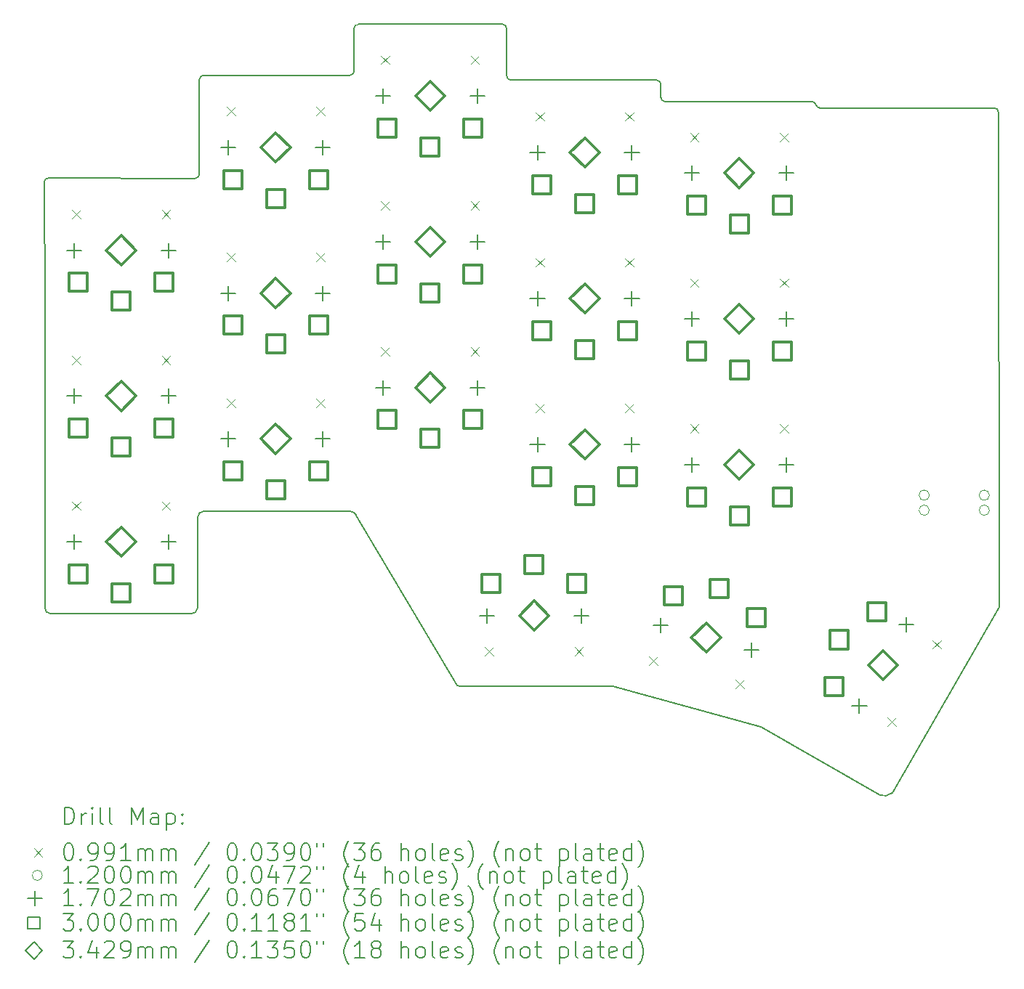
<source format=gbr>
%FSLAX45Y45*%
G04 Gerber Fmt 4.5, Leading zero omitted, Abs format (unit mm)*
G04 Created by KiCad (PCBNEW (5.99.0-11177-g6c67dfa032)) date 2021-10-11 00:00:57*
%MOMM*%
%LPD*%
G01*
G04 APERTURE LIST*
%TA.AperFunction,Profile*%
%ADD10C,0.150000*%
%TD*%
%ADD11C,0.200000*%
%ADD12C,0.099060*%
%ADD13C,0.120000*%
%ADD14C,0.170180*%
%ADD15C,0.300000*%
%ADD16C,0.342900*%
G04 APERTURE END LIST*
D10*
X18762000Y-5380500D02*
X16733040Y-5381502D01*
X9451545Y-6202085D02*
X7741920Y-6197600D01*
X17576800Y-13365480D02*
X18821400Y-11201400D01*
X16047720Y-12598400D02*
X17428867Y-13395960D01*
X12537440Y-12124081D02*
X14315440Y-12125960D01*
X16685040Y-5345502D02*
G75*
G03*
X16636050Y-5305500I-48990J-9998D01*
G01*
X16685040Y-5345502D02*
G75*
G03*
X16733040Y-5381502I48000J14000D01*
G01*
X16636050Y-5305500D02*
X14929320Y-5306902D01*
X9451545Y-6202085D02*
G75*
G03*
X9501545Y-6152085I0J50000D01*
G01*
X9551712Y-5000682D02*
G75*
G03*
X9501712Y-5050682I0J-50000D01*
G01*
X13031000Y-4403620D02*
X11353000Y-4404955D01*
X13081000Y-5005340D02*
X13081000Y-4453620D01*
X14829320Y-5056902D02*
X13131000Y-5055340D01*
X14879320Y-5256902D02*
X14879320Y-5106902D01*
X9501712Y-5050682D02*
X9501545Y-6152085D01*
X11254712Y-5000682D02*
X9551712Y-5000682D01*
X11303000Y-4454955D02*
X11304712Y-4950682D01*
X11254712Y-5000682D02*
G75*
G03*
X11304712Y-4950682I0J50000D01*
G01*
X11353000Y-4404955D02*
G75*
G03*
X11303000Y-4454955I0J-50000D01*
G01*
X13081000Y-4453620D02*
G75*
G03*
X13031000Y-4403620I-50000J0D01*
G01*
X13081000Y-5005340D02*
G75*
G03*
X13131000Y-5055340I50000J0D01*
G01*
X14879320Y-5106902D02*
G75*
G03*
X14829320Y-5056902I-50000J0D01*
G01*
X14879320Y-5256902D02*
G75*
G03*
X14929320Y-5306902I50000J0D01*
G01*
X18812000Y-5430500D02*
G75*
G03*
X18762000Y-5380500I-50000J0D01*
G01*
X9545320Y-10086265D02*
X11262360Y-10086265D01*
X9479280Y-11074400D02*
X9484360Y-10147225D01*
X11329486Y-10129488D02*
G75*
G03*
X11262360Y-10086265I-67126J-30512D01*
G01*
X12537440Y-12124081D02*
G75*
G02*
X12501880Y-12110720I0J54001D01*
G01*
X17576800Y-13365480D02*
G75*
G02*
X17428867Y-13395960I-103931J130189D01*
G01*
X7701280Y-9377680D02*
X7701280Y-11074400D01*
X7696200Y-6243320D02*
X7701280Y-7670800D01*
X18812000Y-5430500D02*
X18821400Y-11201400D01*
X9479280Y-11211560D02*
X9479280Y-11074400D01*
X9545320Y-10086265D02*
G75*
G03*
X9484360Y-10147225I0J-60960D01*
G01*
X9479280Y-11211560D02*
G75*
G02*
X9413240Y-11277600I-66040J0D01*
G01*
X7701280Y-11211560D02*
X7701280Y-11074400D01*
X7701280Y-7670800D02*
X7701280Y-9377680D01*
X11329486Y-10129488D02*
X12501880Y-12110720D01*
X7696200Y-6243320D02*
G75*
G02*
X7741920Y-6197600I45720J0D01*
G01*
X7767320Y-11277600D02*
X9413240Y-11277600D01*
X14315440Y-12125960D02*
X16047720Y-12598400D01*
X7767320Y-11277600D02*
G75*
G02*
X7701280Y-11211560I0J66040D01*
G01*
D11*
D12*
X8019470Y-6570470D02*
X8118530Y-6669530D01*
X8118530Y-6570470D02*
X8019470Y-6669530D01*
X8019470Y-8270470D02*
X8118530Y-8369530D01*
X8118530Y-8270470D02*
X8019470Y-8369530D01*
X8019470Y-9970470D02*
X8118530Y-10069530D01*
X8118530Y-9970470D02*
X8019470Y-10069530D01*
X9063470Y-6570470D02*
X9162530Y-6669530D01*
X9162530Y-6570470D02*
X9063470Y-6669530D01*
X9063470Y-8270470D02*
X9162530Y-8369530D01*
X9162530Y-8270470D02*
X9063470Y-8369530D01*
X9063470Y-9970470D02*
X9162530Y-10069530D01*
X9162530Y-9970470D02*
X9063470Y-10069530D01*
X9819470Y-5370470D02*
X9918530Y-5469530D01*
X9918530Y-5370470D02*
X9819470Y-5469530D01*
X9819470Y-7070470D02*
X9918530Y-7169530D01*
X9918530Y-7070470D02*
X9819470Y-7169530D01*
X9819470Y-8770470D02*
X9918530Y-8869530D01*
X9918530Y-8770470D02*
X9819470Y-8869530D01*
X10863470Y-5370470D02*
X10962530Y-5469530D01*
X10962530Y-5370470D02*
X10863470Y-5469530D01*
X10863470Y-7070470D02*
X10962530Y-7169530D01*
X10962530Y-7070470D02*
X10863470Y-7169530D01*
X10863470Y-8770470D02*
X10962530Y-8869530D01*
X10962530Y-8770470D02*
X10863470Y-8869530D01*
X11619470Y-4770470D02*
X11718530Y-4869530D01*
X11718530Y-4770470D02*
X11619470Y-4869530D01*
X11619470Y-6470470D02*
X11718530Y-6569530D01*
X11718530Y-6470470D02*
X11619470Y-6569530D01*
X11619470Y-8170470D02*
X11718530Y-8269530D01*
X11718530Y-8170470D02*
X11619470Y-8269530D01*
X12663470Y-4770470D02*
X12762530Y-4869530D01*
X12762530Y-4770470D02*
X12663470Y-4869530D01*
X12663470Y-6470470D02*
X12762530Y-6569530D01*
X12762530Y-6470470D02*
X12663470Y-6569530D01*
X12663470Y-8170470D02*
X12762530Y-8269530D01*
X12762530Y-8170470D02*
X12663470Y-8269530D01*
X12829470Y-11669470D02*
X12928530Y-11768530D01*
X12928530Y-11669470D02*
X12829470Y-11768530D01*
X13419470Y-5432470D02*
X13518530Y-5531530D01*
X13518530Y-5432470D02*
X13419470Y-5531530D01*
X13419470Y-7132470D02*
X13518530Y-7231530D01*
X13518530Y-7132470D02*
X13419470Y-7231530D01*
X13419470Y-8832970D02*
X13518530Y-8932030D01*
X13518530Y-8832970D02*
X13419470Y-8932030D01*
X13873470Y-11669470D02*
X13972530Y-11768530D01*
X13972530Y-11669470D02*
X13873470Y-11768530D01*
X14463470Y-5432470D02*
X14562530Y-5531530D01*
X14562530Y-5432470D02*
X14463470Y-5531530D01*
X14463470Y-7132470D02*
X14562530Y-7231530D01*
X14562530Y-7132470D02*
X14463470Y-7231530D01*
X14463470Y-8832970D02*
X14562530Y-8932030D01*
X14562530Y-8832970D02*
X14463470Y-8932030D01*
X14743553Y-11779055D02*
X14842613Y-11878115D01*
X14842613Y-11779055D02*
X14743553Y-11878115D01*
X15219470Y-5670470D02*
X15318530Y-5769530D01*
X15318530Y-5670470D02*
X15219470Y-5769530D01*
X15219470Y-7370470D02*
X15318530Y-7469530D01*
X15318530Y-7370470D02*
X15219470Y-7469530D01*
X15219470Y-9070470D02*
X15318530Y-9169530D01*
X15318530Y-9070470D02*
X15219470Y-9169530D01*
X15751979Y-12049262D02*
X15851039Y-12148322D01*
X15851039Y-12049262D02*
X15751979Y-12148322D01*
X16263470Y-5670470D02*
X16362530Y-5769530D01*
X16362530Y-5670470D02*
X16263470Y-5769530D01*
X16263470Y-7370470D02*
X16362530Y-7469530D01*
X16362530Y-7370470D02*
X16263470Y-7469530D01*
X16263470Y-9070470D02*
X16362530Y-9169530D01*
X16362530Y-9070470D02*
X16263470Y-9169530D01*
X17519201Y-12491535D02*
X17618261Y-12590595D01*
X17618261Y-12491535D02*
X17519201Y-12590595D01*
X18041201Y-11587405D02*
X18140261Y-11686465D01*
X18140261Y-11587405D02*
X18041201Y-11686465D01*
D13*
X18006000Y-9896100D02*
G75*
G03*
X18006000Y-9896100I-60000J0D01*
G01*
X18006000Y-10071100D02*
G75*
G03*
X18006000Y-10071100I-60000J0D01*
G01*
X18706000Y-9896100D02*
G75*
G03*
X18706000Y-9896100I-60000J0D01*
G01*
X18706000Y-10071100D02*
G75*
G03*
X18706000Y-10071100I-60000J0D01*
G01*
D14*
X8041000Y-6954910D02*
X8041000Y-7125090D01*
X7955910Y-7040000D02*
X8126090Y-7040000D01*
X8041000Y-8654910D02*
X8041000Y-8825090D01*
X7955910Y-8740000D02*
X8126090Y-8740000D01*
X8041000Y-10354910D02*
X8041000Y-10525090D01*
X7955910Y-10440000D02*
X8126090Y-10440000D01*
X9141000Y-6954910D02*
X9141000Y-7125090D01*
X9055910Y-7040000D02*
X9226090Y-7040000D01*
X9141000Y-8654910D02*
X9141000Y-8825090D01*
X9055910Y-8740000D02*
X9226090Y-8740000D01*
X9141000Y-10354910D02*
X9141000Y-10525090D01*
X9055910Y-10440000D02*
X9226090Y-10440000D01*
X9841000Y-5754910D02*
X9841000Y-5925090D01*
X9755910Y-5840000D02*
X9926090Y-5840000D01*
X9841000Y-7454910D02*
X9841000Y-7625090D01*
X9755910Y-7540000D02*
X9926090Y-7540000D01*
X9841000Y-9154910D02*
X9841000Y-9325090D01*
X9755910Y-9240000D02*
X9926090Y-9240000D01*
X10941000Y-5754910D02*
X10941000Y-5925090D01*
X10855910Y-5840000D02*
X11026090Y-5840000D01*
X10941000Y-7454910D02*
X10941000Y-7625090D01*
X10855910Y-7540000D02*
X11026090Y-7540000D01*
X10941000Y-9154910D02*
X10941000Y-9325090D01*
X10855910Y-9240000D02*
X11026090Y-9240000D01*
X11641000Y-5154910D02*
X11641000Y-5325090D01*
X11555910Y-5240000D02*
X11726090Y-5240000D01*
X11641000Y-6854910D02*
X11641000Y-7025090D01*
X11555910Y-6940000D02*
X11726090Y-6940000D01*
X11641000Y-8554910D02*
X11641000Y-8725090D01*
X11555910Y-8640000D02*
X11726090Y-8640000D01*
X12741000Y-5154910D02*
X12741000Y-5325090D01*
X12655910Y-5240000D02*
X12826090Y-5240000D01*
X12741000Y-6854910D02*
X12741000Y-7025090D01*
X12655910Y-6940000D02*
X12826090Y-6940000D01*
X12741000Y-8554910D02*
X12741000Y-8725090D01*
X12655910Y-8640000D02*
X12826090Y-8640000D01*
X12851000Y-11213910D02*
X12851000Y-11384090D01*
X12765910Y-11299000D02*
X12936090Y-11299000D01*
X13441000Y-5816910D02*
X13441000Y-5987090D01*
X13355910Y-5902000D02*
X13526090Y-5902000D01*
X13441000Y-7516910D02*
X13441000Y-7687090D01*
X13355910Y-7602000D02*
X13526090Y-7602000D01*
X13441000Y-9217410D02*
X13441000Y-9387590D01*
X13355910Y-9302500D02*
X13526090Y-9302500D01*
X13951000Y-11213910D02*
X13951000Y-11384090D01*
X13865910Y-11299000D02*
X14036090Y-11299000D01*
X14541000Y-5816910D02*
X14541000Y-5987090D01*
X14455910Y-5902000D02*
X14626090Y-5902000D01*
X14541000Y-7516910D02*
X14541000Y-7687090D01*
X14455910Y-7602000D02*
X14626090Y-7602000D01*
X14541000Y-9217410D02*
X14541000Y-9387590D01*
X14455910Y-9302500D02*
X14626090Y-9302500D01*
X14874741Y-11330559D02*
X14874741Y-11500739D01*
X14789651Y-11415649D02*
X14959831Y-11415649D01*
X15241000Y-6054910D02*
X15241000Y-6225090D01*
X15155910Y-6140000D02*
X15326090Y-6140000D01*
X15241000Y-7754910D02*
X15241000Y-7925090D01*
X15155910Y-7840000D02*
X15326090Y-7840000D01*
X15241000Y-9454910D02*
X15241000Y-9625090D01*
X15155910Y-9540000D02*
X15326090Y-9540000D01*
X15937259Y-11615260D02*
X15937259Y-11785440D01*
X15852169Y-11700350D02*
X16022349Y-11700350D01*
X16341000Y-6054910D02*
X16341000Y-6225090D01*
X16255910Y-6140000D02*
X16426090Y-6140000D01*
X16341000Y-7754910D02*
X16341000Y-7925090D01*
X16255910Y-7840000D02*
X16426090Y-7840000D01*
X16341000Y-9454910D02*
X16341000Y-9625090D01*
X16255910Y-9540000D02*
X16426090Y-9540000D01*
X17191000Y-12270224D02*
X17191000Y-12440404D01*
X17105910Y-12355314D02*
X17276090Y-12355314D01*
X17741000Y-11317596D02*
X17741000Y-11487776D01*
X17655910Y-11402686D02*
X17826090Y-11402686D01*
D15*
X8197067Y-7521067D02*
X8197067Y-7308933D01*
X7984933Y-7308933D01*
X7984933Y-7521067D01*
X8197067Y-7521067D01*
X8197067Y-9221067D02*
X8197067Y-9008933D01*
X7984933Y-9008933D01*
X7984933Y-9221067D01*
X8197067Y-9221067D01*
X8197067Y-10921067D02*
X8197067Y-10708933D01*
X7984933Y-10708933D01*
X7984933Y-10921067D01*
X8197067Y-10921067D01*
X8697067Y-7741067D02*
X8697067Y-7528933D01*
X8484933Y-7528933D01*
X8484933Y-7741067D01*
X8697067Y-7741067D01*
X8697067Y-9441067D02*
X8697067Y-9228933D01*
X8484933Y-9228933D01*
X8484933Y-9441067D01*
X8697067Y-9441067D01*
X8697067Y-11141067D02*
X8697067Y-10928933D01*
X8484933Y-10928933D01*
X8484933Y-11141067D01*
X8697067Y-11141067D01*
X9197067Y-7521067D02*
X9197067Y-7308933D01*
X8984933Y-7308933D01*
X8984933Y-7521067D01*
X9197067Y-7521067D01*
X9197067Y-9221067D02*
X9197067Y-9008933D01*
X8984933Y-9008933D01*
X8984933Y-9221067D01*
X9197067Y-9221067D01*
X9197067Y-10921067D02*
X9197067Y-10708933D01*
X8984933Y-10708933D01*
X8984933Y-10921067D01*
X9197067Y-10921067D01*
X9997067Y-6321067D02*
X9997067Y-6108933D01*
X9784933Y-6108933D01*
X9784933Y-6321067D01*
X9997067Y-6321067D01*
X9997067Y-8021067D02*
X9997067Y-7808933D01*
X9784933Y-7808933D01*
X9784933Y-8021067D01*
X9997067Y-8021067D01*
X9997067Y-9721067D02*
X9997067Y-9508933D01*
X9784933Y-9508933D01*
X9784933Y-9721067D01*
X9997067Y-9721067D01*
X10497067Y-6541067D02*
X10497067Y-6328933D01*
X10284933Y-6328933D01*
X10284933Y-6541067D01*
X10497067Y-6541067D01*
X10497067Y-8241067D02*
X10497067Y-8028933D01*
X10284933Y-8028933D01*
X10284933Y-8241067D01*
X10497067Y-8241067D01*
X10497067Y-9941067D02*
X10497067Y-9728933D01*
X10284933Y-9728933D01*
X10284933Y-9941067D01*
X10497067Y-9941067D01*
X10997067Y-6321067D02*
X10997067Y-6108933D01*
X10784933Y-6108933D01*
X10784933Y-6321067D01*
X10997067Y-6321067D01*
X10997067Y-8021067D02*
X10997067Y-7808933D01*
X10784933Y-7808933D01*
X10784933Y-8021067D01*
X10997067Y-8021067D01*
X10997067Y-9721067D02*
X10997067Y-9508933D01*
X10784933Y-9508933D01*
X10784933Y-9721067D01*
X10997067Y-9721067D01*
X11797067Y-5721067D02*
X11797067Y-5508933D01*
X11584933Y-5508933D01*
X11584933Y-5721067D01*
X11797067Y-5721067D01*
X11797067Y-7421067D02*
X11797067Y-7208933D01*
X11584933Y-7208933D01*
X11584933Y-7421067D01*
X11797067Y-7421067D01*
X11797067Y-9121067D02*
X11797067Y-8908933D01*
X11584933Y-8908933D01*
X11584933Y-9121067D01*
X11797067Y-9121067D01*
X12297067Y-5941067D02*
X12297067Y-5728933D01*
X12084933Y-5728933D01*
X12084933Y-5941067D01*
X12297067Y-5941067D01*
X12297067Y-7641067D02*
X12297067Y-7428933D01*
X12084933Y-7428933D01*
X12084933Y-7641067D01*
X12297067Y-7641067D01*
X12297067Y-9341067D02*
X12297067Y-9128933D01*
X12084933Y-9128933D01*
X12084933Y-9341067D01*
X12297067Y-9341067D01*
X12797067Y-5721067D02*
X12797067Y-5508933D01*
X12584933Y-5508933D01*
X12584933Y-5721067D01*
X12797067Y-5721067D01*
X12797067Y-7421067D02*
X12797067Y-7208933D01*
X12584933Y-7208933D01*
X12584933Y-7421067D01*
X12797067Y-7421067D01*
X12797067Y-9121067D02*
X12797067Y-8908933D01*
X12584933Y-8908933D01*
X12584933Y-9121067D01*
X12797067Y-9121067D01*
X13007067Y-11030067D02*
X13007067Y-10817933D01*
X12794933Y-10817933D01*
X12794933Y-11030067D01*
X13007067Y-11030067D01*
X13507067Y-10810067D02*
X13507067Y-10597933D01*
X13294933Y-10597933D01*
X13294933Y-10810067D01*
X13507067Y-10810067D01*
X13597067Y-6383067D02*
X13597067Y-6170933D01*
X13384933Y-6170933D01*
X13384933Y-6383067D01*
X13597067Y-6383067D01*
X13597067Y-8083067D02*
X13597067Y-7870933D01*
X13384933Y-7870933D01*
X13384933Y-8083067D01*
X13597067Y-8083067D01*
X13597067Y-9783567D02*
X13597067Y-9571433D01*
X13384933Y-9571433D01*
X13384933Y-9783567D01*
X13597067Y-9783567D01*
X14007067Y-11030067D02*
X14007067Y-10817933D01*
X13794933Y-10817933D01*
X13794933Y-11030067D01*
X14007067Y-11030067D01*
X14097067Y-6603067D02*
X14097067Y-6390933D01*
X13884933Y-6390933D01*
X13884933Y-6603067D01*
X14097067Y-6603067D01*
X14097067Y-8303067D02*
X14097067Y-8090933D01*
X13884933Y-8090933D01*
X13884933Y-8303067D01*
X14097067Y-8303067D01*
X14097067Y-10003567D02*
X14097067Y-9791433D01*
X13884933Y-9791433D01*
X13884933Y-10003567D01*
X14097067Y-10003567D01*
X14597067Y-6383067D02*
X14597067Y-6170933D01*
X14384933Y-6170933D01*
X14384933Y-6383067D01*
X14597067Y-6383067D01*
X14597067Y-8083067D02*
X14597067Y-7870933D01*
X14384933Y-7870933D01*
X14384933Y-8083067D01*
X14597067Y-8083067D01*
X14597067Y-9783567D02*
X14597067Y-9571433D01*
X14384933Y-9571433D01*
X14384933Y-9783567D01*
X14597067Y-9783567D01*
X15126161Y-11172435D02*
X15126161Y-10960301D01*
X14914027Y-10960301D01*
X14914027Y-11172435D01*
X15126161Y-11172435D01*
X15397067Y-6621067D02*
X15397067Y-6408933D01*
X15184933Y-6408933D01*
X15184933Y-6621067D01*
X15397067Y-6621067D01*
X15397067Y-8321067D02*
X15397067Y-8108933D01*
X15184933Y-8108933D01*
X15184933Y-8321067D01*
X15397067Y-8321067D01*
X15397067Y-10021067D02*
X15397067Y-9808933D01*
X15184933Y-9808933D01*
X15184933Y-10021067D01*
X15397067Y-10021067D01*
X15666064Y-11089341D02*
X15666064Y-10877207D01*
X15453930Y-10877207D01*
X15453930Y-11089341D01*
X15666064Y-11089341D01*
X15897067Y-6841067D02*
X15897067Y-6628933D01*
X15684933Y-6628933D01*
X15684933Y-6841067D01*
X15897067Y-6841067D01*
X15897067Y-8541067D02*
X15897067Y-8328933D01*
X15684933Y-8328933D01*
X15684933Y-8541067D01*
X15897067Y-8541067D01*
X15897067Y-10241067D02*
X15897067Y-10028933D01*
X15684933Y-10028933D01*
X15684933Y-10241067D01*
X15897067Y-10241067D01*
X16092087Y-11431254D02*
X16092087Y-11219120D01*
X15879953Y-11219120D01*
X15879953Y-11431254D01*
X16092087Y-11431254D01*
X16397067Y-6621067D02*
X16397067Y-6408933D01*
X16184933Y-6408933D01*
X16184933Y-6621067D01*
X16397067Y-6621067D01*
X16397067Y-8321067D02*
X16397067Y-8108933D01*
X16184933Y-8108933D01*
X16184933Y-8321067D01*
X16397067Y-8321067D01*
X16397067Y-10021067D02*
X16397067Y-9808933D01*
X16184933Y-9808933D01*
X16184933Y-10021067D01*
X16397067Y-10021067D01*
X16997308Y-12230580D02*
X16997308Y-12018446D01*
X16785174Y-12018446D01*
X16785174Y-12230580D01*
X16997308Y-12230580D01*
X17056782Y-11687567D02*
X17056782Y-11475433D01*
X16844648Y-11475433D01*
X16844648Y-11687567D01*
X17056782Y-11687567D01*
X17497308Y-11364554D02*
X17497308Y-11152420D01*
X17285174Y-11152420D01*
X17285174Y-11364554D01*
X17497308Y-11364554D01*
D16*
X8591000Y-7211450D02*
X8762450Y-7040000D01*
X8591000Y-6868550D01*
X8419550Y-7040000D01*
X8591000Y-7211450D01*
X8591000Y-8911450D02*
X8762450Y-8740000D01*
X8591000Y-8568550D01*
X8419550Y-8740000D01*
X8591000Y-8911450D01*
X8591000Y-10611450D02*
X8762450Y-10440000D01*
X8591000Y-10268550D01*
X8419550Y-10440000D01*
X8591000Y-10611450D01*
X10391000Y-6011450D02*
X10562450Y-5840000D01*
X10391000Y-5668550D01*
X10219550Y-5840000D01*
X10391000Y-6011450D01*
X10391000Y-7711450D02*
X10562450Y-7540000D01*
X10391000Y-7368550D01*
X10219550Y-7540000D01*
X10391000Y-7711450D01*
X10391000Y-9411450D02*
X10562450Y-9240000D01*
X10391000Y-9068550D01*
X10219550Y-9240000D01*
X10391000Y-9411450D01*
X12191000Y-5411450D02*
X12362450Y-5240000D01*
X12191000Y-5068550D01*
X12019550Y-5240000D01*
X12191000Y-5411450D01*
X12191000Y-7111450D02*
X12362450Y-6940000D01*
X12191000Y-6768550D01*
X12019550Y-6940000D01*
X12191000Y-7111450D01*
X12191000Y-8811450D02*
X12362450Y-8640000D01*
X12191000Y-8468550D01*
X12019550Y-8640000D01*
X12191000Y-8811450D01*
X13401000Y-11470450D02*
X13572450Y-11299000D01*
X13401000Y-11127550D01*
X13229550Y-11299000D01*
X13401000Y-11470450D01*
X13991000Y-6073450D02*
X14162450Y-5902000D01*
X13991000Y-5730550D01*
X13819550Y-5902000D01*
X13991000Y-6073450D01*
X13991000Y-7773450D02*
X14162450Y-7602000D01*
X13991000Y-7430550D01*
X13819550Y-7602000D01*
X13991000Y-7773450D01*
X13991000Y-9473950D02*
X14162450Y-9302500D01*
X13991000Y-9131050D01*
X13819550Y-9302500D01*
X13991000Y-9473950D01*
X15406000Y-11729450D02*
X15577450Y-11558000D01*
X15406000Y-11386550D01*
X15234550Y-11558000D01*
X15406000Y-11729450D01*
X15791000Y-6311450D02*
X15962450Y-6140000D01*
X15791000Y-5968550D01*
X15619550Y-6140000D01*
X15791000Y-6311450D01*
X15791000Y-8011450D02*
X15962450Y-7840000D01*
X15791000Y-7668550D01*
X15619550Y-7840000D01*
X15791000Y-8011450D01*
X15791000Y-9711450D02*
X15962450Y-9540000D01*
X15791000Y-9368550D01*
X15619550Y-9540000D01*
X15791000Y-9711450D01*
X17466000Y-12050450D02*
X17637450Y-11879000D01*
X17466000Y-11707550D01*
X17294550Y-11879000D01*
X17466000Y-12050450D01*
D11*
X7931319Y-13734853D02*
X7931319Y-13534853D01*
X7978938Y-13534853D01*
X8007509Y-13544376D01*
X8026557Y-13563424D01*
X8036081Y-13582472D01*
X8045605Y-13620567D01*
X8045605Y-13649138D01*
X8036081Y-13687234D01*
X8026557Y-13706281D01*
X8007509Y-13725329D01*
X7978938Y-13734853D01*
X7931319Y-13734853D01*
X8131319Y-13734853D02*
X8131319Y-13601519D01*
X8131319Y-13639614D02*
X8140843Y-13620567D01*
X8150367Y-13611043D01*
X8169414Y-13601519D01*
X8188462Y-13601519D01*
X8255128Y-13734853D02*
X8255128Y-13601519D01*
X8255128Y-13534853D02*
X8245605Y-13544376D01*
X8255128Y-13553900D01*
X8264652Y-13544376D01*
X8255128Y-13534853D01*
X8255128Y-13553900D01*
X8378938Y-13734853D02*
X8359890Y-13725329D01*
X8350367Y-13706281D01*
X8350367Y-13534853D01*
X8483700Y-13734853D02*
X8464652Y-13725329D01*
X8455129Y-13706281D01*
X8455129Y-13534853D01*
X8712271Y-13734853D02*
X8712271Y-13534853D01*
X8778938Y-13677710D01*
X8845605Y-13534853D01*
X8845605Y-13734853D01*
X9026557Y-13734853D02*
X9026557Y-13630091D01*
X9017033Y-13611043D01*
X8997986Y-13601519D01*
X8959890Y-13601519D01*
X8940843Y-13611043D01*
X9026557Y-13725329D02*
X9007510Y-13734853D01*
X8959890Y-13734853D01*
X8940843Y-13725329D01*
X8931319Y-13706281D01*
X8931319Y-13687234D01*
X8940843Y-13668186D01*
X8959890Y-13658662D01*
X9007510Y-13658662D01*
X9026557Y-13649138D01*
X9121795Y-13601519D02*
X9121795Y-13801519D01*
X9121795Y-13611043D02*
X9140843Y-13601519D01*
X9178938Y-13601519D01*
X9197986Y-13611043D01*
X9207510Y-13620567D01*
X9217033Y-13639614D01*
X9217033Y-13696757D01*
X9207510Y-13715805D01*
X9197986Y-13725329D01*
X9178938Y-13734853D01*
X9140843Y-13734853D01*
X9121795Y-13725329D01*
X9302748Y-13715805D02*
X9312271Y-13725329D01*
X9302748Y-13734853D01*
X9293224Y-13725329D01*
X9302748Y-13715805D01*
X9302748Y-13734853D01*
X9302748Y-13611043D02*
X9312271Y-13620567D01*
X9302748Y-13630091D01*
X9293224Y-13620567D01*
X9302748Y-13611043D01*
X9302748Y-13630091D01*
D12*
X7574640Y-14014846D02*
X7673700Y-14113906D01*
X7673700Y-14014846D02*
X7574640Y-14113906D01*
D11*
X7969414Y-13954853D02*
X7988462Y-13954853D01*
X8007509Y-13964376D01*
X8017033Y-13973900D01*
X8026557Y-13992948D01*
X8036081Y-14031043D01*
X8036081Y-14078662D01*
X8026557Y-14116757D01*
X8017033Y-14135805D01*
X8007509Y-14145329D01*
X7988462Y-14154853D01*
X7969414Y-14154853D01*
X7950367Y-14145329D01*
X7940843Y-14135805D01*
X7931319Y-14116757D01*
X7921795Y-14078662D01*
X7921795Y-14031043D01*
X7931319Y-13992948D01*
X7940843Y-13973900D01*
X7950367Y-13964376D01*
X7969414Y-13954853D01*
X8121795Y-14135805D02*
X8131319Y-14145329D01*
X8121795Y-14154853D01*
X8112271Y-14145329D01*
X8121795Y-14135805D01*
X8121795Y-14154853D01*
X8226557Y-14154853D02*
X8264652Y-14154853D01*
X8283700Y-14145329D01*
X8293224Y-14135805D01*
X8312271Y-14107234D01*
X8321795Y-14069138D01*
X8321795Y-13992948D01*
X8312271Y-13973900D01*
X8302748Y-13964376D01*
X8283700Y-13954853D01*
X8245605Y-13954853D01*
X8226557Y-13964376D01*
X8217033Y-13973900D01*
X8207509Y-13992948D01*
X8207509Y-14040567D01*
X8217033Y-14059614D01*
X8226557Y-14069138D01*
X8245605Y-14078662D01*
X8283700Y-14078662D01*
X8302748Y-14069138D01*
X8312271Y-14059614D01*
X8321795Y-14040567D01*
X8417033Y-14154853D02*
X8455129Y-14154853D01*
X8474176Y-14145329D01*
X8483700Y-14135805D01*
X8502748Y-14107234D01*
X8512271Y-14069138D01*
X8512271Y-13992948D01*
X8502748Y-13973900D01*
X8493224Y-13964376D01*
X8474176Y-13954853D01*
X8436081Y-13954853D01*
X8417033Y-13964376D01*
X8407510Y-13973900D01*
X8397986Y-13992948D01*
X8397986Y-14040567D01*
X8407510Y-14059614D01*
X8417033Y-14069138D01*
X8436081Y-14078662D01*
X8474176Y-14078662D01*
X8493224Y-14069138D01*
X8502748Y-14059614D01*
X8512271Y-14040567D01*
X8702748Y-14154853D02*
X8588462Y-14154853D01*
X8645605Y-14154853D02*
X8645605Y-13954853D01*
X8626557Y-13983424D01*
X8607510Y-14002472D01*
X8588462Y-14011995D01*
X8788462Y-14154853D02*
X8788462Y-14021519D01*
X8788462Y-14040567D02*
X8797986Y-14031043D01*
X8817033Y-14021519D01*
X8845605Y-14021519D01*
X8864652Y-14031043D01*
X8874176Y-14050091D01*
X8874176Y-14154853D01*
X8874176Y-14050091D02*
X8883700Y-14031043D01*
X8902748Y-14021519D01*
X8931319Y-14021519D01*
X8950367Y-14031043D01*
X8959890Y-14050091D01*
X8959890Y-14154853D01*
X9055129Y-14154853D02*
X9055129Y-14021519D01*
X9055129Y-14040567D02*
X9064652Y-14031043D01*
X9083700Y-14021519D01*
X9112271Y-14021519D01*
X9131319Y-14031043D01*
X9140843Y-14050091D01*
X9140843Y-14154853D01*
X9140843Y-14050091D02*
X9150367Y-14031043D01*
X9169414Y-14021519D01*
X9197986Y-14021519D01*
X9217033Y-14031043D01*
X9226557Y-14050091D01*
X9226557Y-14154853D01*
X9617033Y-13945329D02*
X9445605Y-14202472D01*
X9874176Y-13954853D02*
X9893224Y-13954853D01*
X9912271Y-13964376D01*
X9921795Y-13973900D01*
X9931319Y-13992948D01*
X9940843Y-14031043D01*
X9940843Y-14078662D01*
X9931319Y-14116757D01*
X9921795Y-14135805D01*
X9912271Y-14145329D01*
X9893224Y-14154853D01*
X9874176Y-14154853D01*
X9855129Y-14145329D01*
X9845605Y-14135805D01*
X9836081Y-14116757D01*
X9826557Y-14078662D01*
X9826557Y-14031043D01*
X9836081Y-13992948D01*
X9845605Y-13973900D01*
X9855129Y-13964376D01*
X9874176Y-13954853D01*
X10026557Y-14135805D02*
X10036081Y-14145329D01*
X10026557Y-14154853D01*
X10017033Y-14145329D01*
X10026557Y-14135805D01*
X10026557Y-14154853D01*
X10159890Y-13954853D02*
X10178938Y-13954853D01*
X10197986Y-13964376D01*
X10207510Y-13973900D01*
X10217033Y-13992948D01*
X10226557Y-14031043D01*
X10226557Y-14078662D01*
X10217033Y-14116757D01*
X10207510Y-14135805D01*
X10197986Y-14145329D01*
X10178938Y-14154853D01*
X10159890Y-14154853D01*
X10140843Y-14145329D01*
X10131319Y-14135805D01*
X10121795Y-14116757D01*
X10112271Y-14078662D01*
X10112271Y-14031043D01*
X10121795Y-13992948D01*
X10131319Y-13973900D01*
X10140843Y-13964376D01*
X10159890Y-13954853D01*
X10293224Y-13954853D02*
X10417033Y-13954853D01*
X10350367Y-14031043D01*
X10378938Y-14031043D01*
X10397986Y-14040567D01*
X10407510Y-14050091D01*
X10417033Y-14069138D01*
X10417033Y-14116757D01*
X10407510Y-14135805D01*
X10397986Y-14145329D01*
X10378938Y-14154853D01*
X10321795Y-14154853D01*
X10302748Y-14145329D01*
X10293224Y-14135805D01*
X10512271Y-14154853D02*
X10550367Y-14154853D01*
X10569414Y-14145329D01*
X10578938Y-14135805D01*
X10597986Y-14107234D01*
X10607510Y-14069138D01*
X10607510Y-13992948D01*
X10597986Y-13973900D01*
X10588462Y-13964376D01*
X10569414Y-13954853D01*
X10531319Y-13954853D01*
X10512271Y-13964376D01*
X10502748Y-13973900D01*
X10493224Y-13992948D01*
X10493224Y-14040567D01*
X10502748Y-14059614D01*
X10512271Y-14069138D01*
X10531319Y-14078662D01*
X10569414Y-14078662D01*
X10588462Y-14069138D01*
X10597986Y-14059614D01*
X10607510Y-14040567D01*
X10731319Y-13954853D02*
X10750367Y-13954853D01*
X10769414Y-13964376D01*
X10778938Y-13973900D01*
X10788462Y-13992948D01*
X10797986Y-14031043D01*
X10797986Y-14078662D01*
X10788462Y-14116757D01*
X10778938Y-14135805D01*
X10769414Y-14145329D01*
X10750367Y-14154853D01*
X10731319Y-14154853D01*
X10712271Y-14145329D01*
X10702748Y-14135805D01*
X10693224Y-14116757D01*
X10683700Y-14078662D01*
X10683700Y-14031043D01*
X10693224Y-13992948D01*
X10702748Y-13973900D01*
X10712271Y-13964376D01*
X10731319Y-13954853D01*
X10874176Y-13954853D02*
X10874176Y-13992948D01*
X10950367Y-13954853D02*
X10950367Y-13992948D01*
X11245605Y-14231043D02*
X11236081Y-14221519D01*
X11217033Y-14192948D01*
X11207509Y-14173900D01*
X11197986Y-14145329D01*
X11188462Y-14097710D01*
X11188462Y-14059614D01*
X11197986Y-14011995D01*
X11207509Y-13983424D01*
X11217033Y-13964376D01*
X11236081Y-13935805D01*
X11245605Y-13926281D01*
X11302748Y-13954853D02*
X11426557Y-13954853D01*
X11359890Y-14031043D01*
X11388462Y-14031043D01*
X11407509Y-14040567D01*
X11417033Y-14050091D01*
X11426557Y-14069138D01*
X11426557Y-14116757D01*
X11417033Y-14135805D01*
X11407509Y-14145329D01*
X11388462Y-14154853D01*
X11331319Y-14154853D01*
X11312271Y-14145329D01*
X11302748Y-14135805D01*
X11597986Y-13954853D02*
X11559890Y-13954853D01*
X11540843Y-13964376D01*
X11531319Y-13973900D01*
X11512271Y-14002472D01*
X11502748Y-14040567D01*
X11502748Y-14116757D01*
X11512271Y-14135805D01*
X11521795Y-14145329D01*
X11540843Y-14154853D01*
X11578938Y-14154853D01*
X11597986Y-14145329D01*
X11607509Y-14135805D01*
X11617033Y-14116757D01*
X11617033Y-14069138D01*
X11607509Y-14050091D01*
X11597986Y-14040567D01*
X11578938Y-14031043D01*
X11540843Y-14031043D01*
X11521795Y-14040567D01*
X11512271Y-14050091D01*
X11502748Y-14069138D01*
X11855128Y-14154853D02*
X11855128Y-13954853D01*
X11940843Y-14154853D02*
X11940843Y-14050091D01*
X11931319Y-14031043D01*
X11912271Y-14021519D01*
X11883700Y-14021519D01*
X11864652Y-14031043D01*
X11855128Y-14040567D01*
X12064652Y-14154853D02*
X12045605Y-14145329D01*
X12036081Y-14135805D01*
X12026557Y-14116757D01*
X12026557Y-14059614D01*
X12036081Y-14040567D01*
X12045605Y-14031043D01*
X12064652Y-14021519D01*
X12093224Y-14021519D01*
X12112271Y-14031043D01*
X12121795Y-14040567D01*
X12131319Y-14059614D01*
X12131319Y-14116757D01*
X12121795Y-14135805D01*
X12112271Y-14145329D01*
X12093224Y-14154853D01*
X12064652Y-14154853D01*
X12245605Y-14154853D02*
X12226557Y-14145329D01*
X12217033Y-14126281D01*
X12217033Y-13954853D01*
X12397986Y-14145329D02*
X12378938Y-14154853D01*
X12340843Y-14154853D01*
X12321795Y-14145329D01*
X12312271Y-14126281D01*
X12312271Y-14050091D01*
X12321795Y-14031043D01*
X12340843Y-14021519D01*
X12378938Y-14021519D01*
X12397986Y-14031043D01*
X12407509Y-14050091D01*
X12407509Y-14069138D01*
X12312271Y-14088186D01*
X12483700Y-14145329D02*
X12502748Y-14154853D01*
X12540843Y-14154853D01*
X12559890Y-14145329D01*
X12569414Y-14126281D01*
X12569414Y-14116757D01*
X12559890Y-14097710D01*
X12540843Y-14088186D01*
X12512271Y-14088186D01*
X12493224Y-14078662D01*
X12483700Y-14059614D01*
X12483700Y-14050091D01*
X12493224Y-14031043D01*
X12512271Y-14021519D01*
X12540843Y-14021519D01*
X12559890Y-14031043D01*
X12636081Y-14231043D02*
X12645605Y-14221519D01*
X12664652Y-14192948D01*
X12674176Y-14173900D01*
X12683700Y-14145329D01*
X12693224Y-14097710D01*
X12693224Y-14059614D01*
X12683700Y-14011995D01*
X12674176Y-13983424D01*
X12664652Y-13964376D01*
X12645605Y-13935805D01*
X12636081Y-13926281D01*
X12997986Y-14231043D02*
X12988462Y-14221519D01*
X12969414Y-14192948D01*
X12959890Y-14173900D01*
X12950367Y-14145329D01*
X12940843Y-14097710D01*
X12940843Y-14059614D01*
X12950367Y-14011995D01*
X12959890Y-13983424D01*
X12969414Y-13964376D01*
X12988462Y-13935805D01*
X12997986Y-13926281D01*
X13074176Y-14021519D02*
X13074176Y-14154853D01*
X13074176Y-14040567D02*
X13083700Y-14031043D01*
X13102748Y-14021519D01*
X13131319Y-14021519D01*
X13150367Y-14031043D01*
X13159890Y-14050091D01*
X13159890Y-14154853D01*
X13283700Y-14154853D02*
X13264652Y-14145329D01*
X13255128Y-14135805D01*
X13245605Y-14116757D01*
X13245605Y-14059614D01*
X13255128Y-14040567D01*
X13264652Y-14031043D01*
X13283700Y-14021519D01*
X13312271Y-14021519D01*
X13331319Y-14031043D01*
X13340843Y-14040567D01*
X13350367Y-14059614D01*
X13350367Y-14116757D01*
X13340843Y-14135805D01*
X13331319Y-14145329D01*
X13312271Y-14154853D01*
X13283700Y-14154853D01*
X13407509Y-14021519D02*
X13483700Y-14021519D01*
X13436081Y-13954853D02*
X13436081Y-14126281D01*
X13445605Y-14145329D01*
X13464652Y-14154853D01*
X13483700Y-14154853D01*
X13702748Y-14021519D02*
X13702748Y-14221519D01*
X13702748Y-14031043D02*
X13721795Y-14021519D01*
X13759890Y-14021519D01*
X13778938Y-14031043D01*
X13788462Y-14040567D01*
X13797986Y-14059614D01*
X13797986Y-14116757D01*
X13788462Y-14135805D01*
X13778938Y-14145329D01*
X13759890Y-14154853D01*
X13721795Y-14154853D01*
X13702748Y-14145329D01*
X13912271Y-14154853D02*
X13893224Y-14145329D01*
X13883700Y-14126281D01*
X13883700Y-13954853D01*
X14074176Y-14154853D02*
X14074176Y-14050091D01*
X14064652Y-14031043D01*
X14045605Y-14021519D01*
X14007509Y-14021519D01*
X13988462Y-14031043D01*
X14074176Y-14145329D02*
X14055128Y-14154853D01*
X14007509Y-14154853D01*
X13988462Y-14145329D01*
X13978938Y-14126281D01*
X13978938Y-14107234D01*
X13988462Y-14088186D01*
X14007509Y-14078662D01*
X14055128Y-14078662D01*
X14074176Y-14069138D01*
X14140843Y-14021519D02*
X14217033Y-14021519D01*
X14169414Y-13954853D02*
X14169414Y-14126281D01*
X14178938Y-14145329D01*
X14197986Y-14154853D01*
X14217033Y-14154853D01*
X14359890Y-14145329D02*
X14340843Y-14154853D01*
X14302748Y-14154853D01*
X14283700Y-14145329D01*
X14274176Y-14126281D01*
X14274176Y-14050091D01*
X14283700Y-14031043D01*
X14302748Y-14021519D01*
X14340843Y-14021519D01*
X14359890Y-14031043D01*
X14369414Y-14050091D01*
X14369414Y-14069138D01*
X14274176Y-14088186D01*
X14540843Y-14154853D02*
X14540843Y-13954853D01*
X14540843Y-14145329D02*
X14521795Y-14154853D01*
X14483700Y-14154853D01*
X14464652Y-14145329D01*
X14455128Y-14135805D01*
X14445605Y-14116757D01*
X14445605Y-14059614D01*
X14455128Y-14040567D01*
X14464652Y-14031043D01*
X14483700Y-14021519D01*
X14521795Y-14021519D01*
X14540843Y-14031043D01*
X14617033Y-14231043D02*
X14626557Y-14221519D01*
X14645605Y-14192948D01*
X14655128Y-14173900D01*
X14664652Y-14145329D01*
X14674176Y-14097710D01*
X14674176Y-14059614D01*
X14664652Y-14011995D01*
X14655128Y-13983424D01*
X14645605Y-13964376D01*
X14626557Y-13935805D01*
X14617033Y-13926281D01*
D13*
X7673700Y-14328376D02*
G75*
G03*
X7673700Y-14328376I-60000J0D01*
G01*
D11*
X8036081Y-14418853D02*
X7921795Y-14418853D01*
X7978938Y-14418853D02*
X7978938Y-14218853D01*
X7959890Y-14247424D01*
X7940843Y-14266472D01*
X7921795Y-14275995D01*
X8121795Y-14399805D02*
X8131319Y-14409329D01*
X8121795Y-14418853D01*
X8112271Y-14409329D01*
X8121795Y-14399805D01*
X8121795Y-14418853D01*
X8207509Y-14237900D02*
X8217033Y-14228376D01*
X8236081Y-14218853D01*
X8283700Y-14218853D01*
X8302748Y-14228376D01*
X8312271Y-14237900D01*
X8321795Y-14256948D01*
X8321795Y-14275995D01*
X8312271Y-14304567D01*
X8197986Y-14418853D01*
X8321795Y-14418853D01*
X8445605Y-14218853D02*
X8464652Y-14218853D01*
X8483700Y-14228376D01*
X8493224Y-14237900D01*
X8502748Y-14256948D01*
X8512271Y-14295043D01*
X8512271Y-14342662D01*
X8502748Y-14380757D01*
X8493224Y-14399805D01*
X8483700Y-14409329D01*
X8464652Y-14418853D01*
X8445605Y-14418853D01*
X8426557Y-14409329D01*
X8417033Y-14399805D01*
X8407510Y-14380757D01*
X8397986Y-14342662D01*
X8397986Y-14295043D01*
X8407510Y-14256948D01*
X8417033Y-14237900D01*
X8426557Y-14228376D01*
X8445605Y-14218853D01*
X8636081Y-14218853D02*
X8655129Y-14218853D01*
X8674176Y-14228376D01*
X8683700Y-14237900D01*
X8693224Y-14256948D01*
X8702748Y-14295043D01*
X8702748Y-14342662D01*
X8693224Y-14380757D01*
X8683700Y-14399805D01*
X8674176Y-14409329D01*
X8655129Y-14418853D01*
X8636081Y-14418853D01*
X8617033Y-14409329D01*
X8607510Y-14399805D01*
X8597986Y-14380757D01*
X8588462Y-14342662D01*
X8588462Y-14295043D01*
X8597986Y-14256948D01*
X8607510Y-14237900D01*
X8617033Y-14228376D01*
X8636081Y-14218853D01*
X8788462Y-14418853D02*
X8788462Y-14285519D01*
X8788462Y-14304567D02*
X8797986Y-14295043D01*
X8817033Y-14285519D01*
X8845605Y-14285519D01*
X8864652Y-14295043D01*
X8874176Y-14314091D01*
X8874176Y-14418853D01*
X8874176Y-14314091D02*
X8883700Y-14295043D01*
X8902748Y-14285519D01*
X8931319Y-14285519D01*
X8950367Y-14295043D01*
X8959890Y-14314091D01*
X8959890Y-14418853D01*
X9055129Y-14418853D02*
X9055129Y-14285519D01*
X9055129Y-14304567D02*
X9064652Y-14295043D01*
X9083700Y-14285519D01*
X9112271Y-14285519D01*
X9131319Y-14295043D01*
X9140843Y-14314091D01*
X9140843Y-14418853D01*
X9140843Y-14314091D02*
X9150367Y-14295043D01*
X9169414Y-14285519D01*
X9197986Y-14285519D01*
X9217033Y-14295043D01*
X9226557Y-14314091D01*
X9226557Y-14418853D01*
X9617033Y-14209329D02*
X9445605Y-14466472D01*
X9874176Y-14218853D02*
X9893224Y-14218853D01*
X9912271Y-14228376D01*
X9921795Y-14237900D01*
X9931319Y-14256948D01*
X9940843Y-14295043D01*
X9940843Y-14342662D01*
X9931319Y-14380757D01*
X9921795Y-14399805D01*
X9912271Y-14409329D01*
X9893224Y-14418853D01*
X9874176Y-14418853D01*
X9855129Y-14409329D01*
X9845605Y-14399805D01*
X9836081Y-14380757D01*
X9826557Y-14342662D01*
X9826557Y-14295043D01*
X9836081Y-14256948D01*
X9845605Y-14237900D01*
X9855129Y-14228376D01*
X9874176Y-14218853D01*
X10026557Y-14399805D02*
X10036081Y-14409329D01*
X10026557Y-14418853D01*
X10017033Y-14409329D01*
X10026557Y-14399805D01*
X10026557Y-14418853D01*
X10159890Y-14218853D02*
X10178938Y-14218853D01*
X10197986Y-14228376D01*
X10207510Y-14237900D01*
X10217033Y-14256948D01*
X10226557Y-14295043D01*
X10226557Y-14342662D01*
X10217033Y-14380757D01*
X10207510Y-14399805D01*
X10197986Y-14409329D01*
X10178938Y-14418853D01*
X10159890Y-14418853D01*
X10140843Y-14409329D01*
X10131319Y-14399805D01*
X10121795Y-14380757D01*
X10112271Y-14342662D01*
X10112271Y-14295043D01*
X10121795Y-14256948D01*
X10131319Y-14237900D01*
X10140843Y-14228376D01*
X10159890Y-14218853D01*
X10397986Y-14285519D02*
X10397986Y-14418853D01*
X10350367Y-14209329D02*
X10302748Y-14352186D01*
X10426557Y-14352186D01*
X10483700Y-14218853D02*
X10617033Y-14218853D01*
X10531319Y-14418853D01*
X10683700Y-14237900D02*
X10693224Y-14228376D01*
X10712271Y-14218853D01*
X10759890Y-14218853D01*
X10778938Y-14228376D01*
X10788462Y-14237900D01*
X10797986Y-14256948D01*
X10797986Y-14275995D01*
X10788462Y-14304567D01*
X10674176Y-14418853D01*
X10797986Y-14418853D01*
X10874176Y-14218853D02*
X10874176Y-14256948D01*
X10950367Y-14218853D02*
X10950367Y-14256948D01*
X11245605Y-14495043D02*
X11236081Y-14485519D01*
X11217033Y-14456948D01*
X11207509Y-14437900D01*
X11197986Y-14409329D01*
X11188462Y-14361710D01*
X11188462Y-14323614D01*
X11197986Y-14275995D01*
X11207509Y-14247424D01*
X11217033Y-14228376D01*
X11236081Y-14199805D01*
X11245605Y-14190281D01*
X11407509Y-14285519D02*
X11407509Y-14418853D01*
X11359890Y-14209329D02*
X11312271Y-14352186D01*
X11436081Y-14352186D01*
X11664652Y-14418853D02*
X11664652Y-14218853D01*
X11750367Y-14418853D02*
X11750367Y-14314091D01*
X11740843Y-14295043D01*
X11721795Y-14285519D01*
X11693224Y-14285519D01*
X11674176Y-14295043D01*
X11664652Y-14304567D01*
X11874176Y-14418853D02*
X11855128Y-14409329D01*
X11845605Y-14399805D01*
X11836081Y-14380757D01*
X11836081Y-14323614D01*
X11845605Y-14304567D01*
X11855128Y-14295043D01*
X11874176Y-14285519D01*
X11902748Y-14285519D01*
X11921795Y-14295043D01*
X11931319Y-14304567D01*
X11940843Y-14323614D01*
X11940843Y-14380757D01*
X11931319Y-14399805D01*
X11921795Y-14409329D01*
X11902748Y-14418853D01*
X11874176Y-14418853D01*
X12055128Y-14418853D02*
X12036081Y-14409329D01*
X12026557Y-14390281D01*
X12026557Y-14218853D01*
X12207509Y-14409329D02*
X12188462Y-14418853D01*
X12150367Y-14418853D01*
X12131319Y-14409329D01*
X12121795Y-14390281D01*
X12121795Y-14314091D01*
X12131319Y-14295043D01*
X12150367Y-14285519D01*
X12188462Y-14285519D01*
X12207509Y-14295043D01*
X12217033Y-14314091D01*
X12217033Y-14333138D01*
X12121795Y-14352186D01*
X12293224Y-14409329D02*
X12312271Y-14418853D01*
X12350367Y-14418853D01*
X12369414Y-14409329D01*
X12378938Y-14390281D01*
X12378938Y-14380757D01*
X12369414Y-14361710D01*
X12350367Y-14352186D01*
X12321795Y-14352186D01*
X12302748Y-14342662D01*
X12293224Y-14323614D01*
X12293224Y-14314091D01*
X12302748Y-14295043D01*
X12321795Y-14285519D01*
X12350367Y-14285519D01*
X12369414Y-14295043D01*
X12445605Y-14495043D02*
X12455128Y-14485519D01*
X12474176Y-14456948D01*
X12483700Y-14437900D01*
X12493224Y-14409329D01*
X12502748Y-14361710D01*
X12502748Y-14323614D01*
X12493224Y-14275995D01*
X12483700Y-14247424D01*
X12474176Y-14228376D01*
X12455128Y-14199805D01*
X12445605Y-14190281D01*
X12807509Y-14495043D02*
X12797986Y-14485519D01*
X12778938Y-14456948D01*
X12769414Y-14437900D01*
X12759890Y-14409329D01*
X12750367Y-14361710D01*
X12750367Y-14323614D01*
X12759890Y-14275995D01*
X12769414Y-14247424D01*
X12778938Y-14228376D01*
X12797986Y-14199805D01*
X12807509Y-14190281D01*
X12883700Y-14285519D02*
X12883700Y-14418853D01*
X12883700Y-14304567D02*
X12893224Y-14295043D01*
X12912271Y-14285519D01*
X12940843Y-14285519D01*
X12959890Y-14295043D01*
X12969414Y-14314091D01*
X12969414Y-14418853D01*
X13093224Y-14418853D02*
X13074176Y-14409329D01*
X13064652Y-14399805D01*
X13055128Y-14380757D01*
X13055128Y-14323614D01*
X13064652Y-14304567D01*
X13074176Y-14295043D01*
X13093224Y-14285519D01*
X13121795Y-14285519D01*
X13140843Y-14295043D01*
X13150367Y-14304567D01*
X13159890Y-14323614D01*
X13159890Y-14380757D01*
X13150367Y-14399805D01*
X13140843Y-14409329D01*
X13121795Y-14418853D01*
X13093224Y-14418853D01*
X13217033Y-14285519D02*
X13293224Y-14285519D01*
X13245605Y-14218853D02*
X13245605Y-14390281D01*
X13255128Y-14409329D01*
X13274176Y-14418853D01*
X13293224Y-14418853D01*
X13512271Y-14285519D02*
X13512271Y-14485519D01*
X13512271Y-14295043D02*
X13531319Y-14285519D01*
X13569414Y-14285519D01*
X13588462Y-14295043D01*
X13597986Y-14304567D01*
X13607509Y-14323614D01*
X13607509Y-14380757D01*
X13597986Y-14399805D01*
X13588462Y-14409329D01*
X13569414Y-14418853D01*
X13531319Y-14418853D01*
X13512271Y-14409329D01*
X13721795Y-14418853D02*
X13702748Y-14409329D01*
X13693224Y-14390281D01*
X13693224Y-14218853D01*
X13883700Y-14418853D02*
X13883700Y-14314091D01*
X13874176Y-14295043D01*
X13855128Y-14285519D01*
X13817033Y-14285519D01*
X13797986Y-14295043D01*
X13883700Y-14409329D02*
X13864652Y-14418853D01*
X13817033Y-14418853D01*
X13797986Y-14409329D01*
X13788462Y-14390281D01*
X13788462Y-14371234D01*
X13797986Y-14352186D01*
X13817033Y-14342662D01*
X13864652Y-14342662D01*
X13883700Y-14333138D01*
X13950367Y-14285519D02*
X14026557Y-14285519D01*
X13978938Y-14218853D02*
X13978938Y-14390281D01*
X13988462Y-14409329D01*
X14007509Y-14418853D01*
X14026557Y-14418853D01*
X14169414Y-14409329D02*
X14150367Y-14418853D01*
X14112271Y-14418853D01*
X14093224Y-14409329D01*
X14083700Y-14390281D01*
X14083700Y-14314091D01*
X14093224Y-14295043D01*
X14112271Y-14285519D01*
X14150367Y-14285519D01*
X14169414Y-14295043D01*
X14178938Y-14314091D01*
X14178938Y-14333138D01*
X14083700Y-14352186D01*
X14350367Y-14418853D02*
X14350367Y-14218853D01*
X14350367Y-14409329D02*
X14331319Y-14418853D01*
X14293224Y-14418853D01*
X14274176Y-14409329D01*
X14264652Y-14399805D01*
X14255128Y-14380757D01*
X14255128Y-14323614D01*
X14264652Y-14304567D01*
X14274176Y-14295043D01*
X14293224Y-14285519D01*
X14331319Y-14285519D01*
X14350367Y-14295043D01*
X14426557Y-14495043D02*
X14436081Y-14485519D01*
X14455128Y-14456948D01*
X14464652Y-14437900D01*
X14474176Y-14409329D01*
X14483700Y-14361710D01*
X14483700Y-14323614D01*
X14474176Y-14275995D01*
X14464652Y-14247424D01*
X14455128Y-14228376D01*
X14436081Y-14199805D01*
X14426557Y-14190281D01*
D14*
X7588610Y-14507286D02*
X7588610Y-14677466D01*
X7503520Y-14592376D02*
X7673700Y-14592376D01*
D11*
X8036081Y-14682853D02*
X7921795Y-14682853D01*
X7978938Y-14682853D02*
X7978938Y-14482853D01*
X7959890Y-14511424D01*
X7940843Y-14530472D01*
X7921795Y-14539995D01*
X8121795Y-14663805D02*
X8131319Y-14673329D01*
X8121795Y-14682853D01*
X8112271Y-14673329D01*
X8121795Y-14663805D01*
X8121795Y-14682853D01*
X8197986Y-14482853D02*
X8331319Y-14482853D01*
X8245605Y-14682853D01*
X8445605Y-14482853D02*
X8464652Y-14482853D01*
X8483700Y-14492376D01*
X8493224Y-14501900D01*
X8502748Y-14520948D01*
X8512271Y-14559043D01*
X8512271Y-14606662D01*
X8502748Y-14644757D01*
X8493224Y-14663805D01*
X8483700Y-14673329D01*
X8464652Y-14682853D01*
X8445605Y-14682853D01*
X8426557Y-14673329D01*
X8417033Y-14663805D01*
X8407510Y-14644757D01*
X8397986Y-14606662D01*
X8397986Y-14559043D01*
X8407510Y-14520948D01*
X8417033Y-14501900D01*
X8426557Y-14492376D01*
X8445605Y-14482853D01*
X8588462Y-14501900D02*
X8597986Y-14492376D01*
X8617033Y-14482853D01*
X8664652Y-14482853D01*
X8683700Y-14492376D01*
X8693224Y-14501900D01*
X8702748Y-14520948D01*
X8702748Y-14539995D01*
X8693224Y-14568567D01*
X8578938Y-14682853D01*
X8702748Y-14682853D01*
X8788462Y-14682853D02*
X8788462Y-14549519D01*
X8788462Y-14568567D02*
X8797986Y-14559043D01*
X8817033Y-14549519D01*
X8845605Y-14549519D01*
X8864652Y-14559043D01*
X8874176Y-14578091D01*
X8874176Y-14682853D01*
X8874176Y-14578091D02*
X8883700Y-14559043D01*
X8902748Y-14549519D01*
X8931319Y-14549519D01*
X8950367Y-14559043D01*
X8959890Y-14578091D01*
X8959890Y-14682853D01*
X9055129Y-14682853D02*
X9055129Y-14549519D01*
X9055129Y-14568567D02*
X9064652Y-14559043D01*
X9083700Y-14549519D01*
X9112271Y-14549519D01*
X9131319Y-14559043D01*
X9140843Y-14578091D01*
X9140843Y-14682853D01*
X9140843Y-14578091D02*
X9150367Y-14559043D01*
X9169414Y-14549519D01*
X9197986Y-14549519D01*
X9217033Y-14559043D01*
X9226557Y-14578091D01*
X9226557Y-14682853D01*
X9617033Y-14473329D02*
X9445605Y-14730472D01*
X9874176Y-14482853D02*
X9893224Y-14482853D01*
X9912271Y-14492376D01*
X9921795Y-14501900D01*
X9931319Y-14520948D01*
X9940843Y-14559043D01*
X9940843Y-14606662D01*
X9931319Y-14644757D01*
X9921795Y-14663805D01*
X9912271Y-14673329D01*
X9893224Y-14682853D01*
X9874176Y-14682853D01*
X9855129Y-14673329D01*
X9845605Y-14663805D01*
X9836081Y-14644757D01*
X9826557Y-14606662D01*
X9826557Y-14559043D01*
X9836081Y-14520948D01*
X9845605Y-14501900D01*
X9855129Y-14492376D01*
X9874176Y-14482853D01*
X10026557Y-14663805D02*
X10036081Y-14673329D01*
X10026557Y-14682853D01*
X10017033Y-14673329D01*
X10026557Y-14663805D01*
X10026557Y-14682853D01*
X10159890Y-14482853D02*
X10178938Y-14482853D01*
X10197986Y-14492376D01*
X10207510Y-14501900D01*
X10217033Y-14520948D01*
X10226557Y-14559043D01*
X10226557Y-14606662D01*
X10217033Y-14644757D01*
X10207510Y-14663805D01*
X10197986Y-14673329D01*
X10178938Y-14682853D01*
X10159890Y-14682853D01*
X10140843Y-14673329D01*
X10131319Y-14663805D01*
X10121795Y-14644757D01*
X10112271Y-14606662D01*
X10112271Y-14559043D01*
X10121795Y-14520948D01*
X10131319Y-14501900D01*
X10140843Y-14492376D01*
X10159890Y-14482853D01*
X10397986Y-14482853D02*
X10359890Y-14482853D01*
X10340843Y-14492376D01*
X10331319Y-14501900D01*
X10312271Y-14530472D01*
X10302748Y-14568567D01*
X10302748Y-14644757D01*
X10312271Y-14663805D01*
X10321795Y-14673329D01*
X10340843Y-14682853D01*
X10378938Y-14682853D01*
X10397986Y-14673329D01*
X10407510Y-14663805D01*
X10417033Y-14644757D01*
X10417033Y-14597138D01*
X10407510Y-14578091D01*
X10397986Y-14568567D01*
X10378938Y-14559043D01*
X10340843Y-14559043D01*
X10321795Y-14568567D01*
X10312271Y-14578091D01*
X10302748Y-14597138D01*
X10483700Y-14482853D02*
X10617033Y-14482853D01*
X10531319Y-14682853D01*
X10731319Y-14482853D02*
X10750367Y-14482853D01*
X10769414Y-14492376D01*
X10778938Y-14501900D01*
X10788462Y-14520948D01*
X10797986Y-14559043D01*
X10797986Y-14606662D01*
X10788462Y-14644757D01*
X10778938Y-14663805D01*
X10769414Y-14673329D01*
X10750367Y-14682853D01*
X10731319Y-14682853D01*
X10712271Y-14673329D01*
X10702748Y-14663805D01*
X10693224Y-14644757D01*
X10683700Y-14606662D01*
X10683700Y-14559043D01*
X10693224Y-14520948D01*
X10702748Y-14501900D01*
X10712271Y-14492376D01*
X10731319Y-14482853D01*
X10874176Y-14482853D02*
X10874176Y-14520948D01*
X10950367Y-14482853D02*
X10950367Y-14520948D01*
X11245605Y-14759043D02*
X11236081Y-14749519D01*
X11217033Y-14720948D01*
X11207509Y-14701900D01*
X11197986Y-14673329D01*
X11188462Y-14625710D01*
X11188462Y-14587614D01*
X11197986Y-14539995D01*
X11207509Y-14511424D01*
X11217033Y-14492376D01*
X11236081Y-14463805D01*
X11245605Y-14454281D01*
X11302748Y-14482853D02*
X11426557Y-14482853D01*
X11359890Y-14559043D01*
X11388462Y-14559043D01*
X11407509Y-14568567D01*
X11417033Y-14578091D01*
X11426557Y-14597138D01*
X11426557Y-14644757D01*
X11417033Y-14663805D01*
X11407509Y-14673329D01*
X11388462Y-14682853D01*
X11331319Y-14682853D01*
X11312271Y-14673329D01*
X11302748Y-14663805D01*
X11597986Y-14482853D02*
X11559890Y-14482853D01*
X11540843Y-14492376D01*
X11531319Y-14501900D01*
X11512271Y-14530472D01*
X11502748Y-14568567D01*
X11502748Y-14644757D01*
X11512271Y-14663805D01*
X11521795Y-14673329D01*
X11540843Y-14682853D01*
X11578938Y-14682853D01*
X11597986Y-14673329D01*
X11607509Y-14663805D01*
X11617033Y-14644757D01*
X11617033Y-14597138D01*
X11607509Y-14578091D01*
X11597986Y-14568567D01*
X11578938Y-14559043D01*
X11540843Y-14559043D01*
X11521795Y-14568567D01*
X11512271Y-14578091D01*
X11502748Y-14597138D01*
X11855128Y-14682853D02*
X11855128Y-14482853D01*
X11940843Y-14682853D02*
X11940843Y-14578091D01*
X11931319Y-14559043D01*
X11912271Y-14549519D01*
X11883700Y-14549519D01*
X11864652Y-14559043D01*
X11855128Y-14568567D01*
X12064652Y-14682853D02*
X12045605Y-14673329D01*
X12036081Y-14663805D01*
X12026557Y-14644757D01*
X12026557Y-14587614D01*
X12036081Y-14568567D01*
X12045605Y-14559043D01*
X12064652Y-14549519D01*
X12093224Y-14549519D01*
X12112271Y-14559043D01*
X12121795Y-14568567D01*
X12131319Y-14587614D01*
X12131319Y-14644757D01*
X12121795Y-14663805D01*
X12112271Y-14673329D01*
X12093224Y-14682853D01*
X12064652Y-14682853D01*
X12245605Y-14682853D02*
X12226557Y-14673329D01*
X12217033Y-14654281D01*
X12217033Y-14482853D01*
X12397986Y-14673329D02*
X12378938Y-14682853D01*
X12340843Y-14682853D01*
X12321795Y-14673329D01*
X12312271Y-14654281D01*
X12312271Y-14578091D01*
X12321795Y-14559043D01*
X12340843Y-14549519D01*
X12378938Y-14549519D01*
X12397986Y-14559043D01*
X12407509Y-14578091D01*
X12407509Y-14597138D01*
X12312271Y-14616186D01*
X12483700Y-14673329D02*
X12502748Y-14682853D01*
X12540843Y-14682853D01*
X12559890Y-14673329D01*
X12569414Y-14654281D01*
X12569414Y-14644757D01*
X12559890Y-14625710D01*
X12540843Y-14616186D01*
X12512271Y-14616186D01*
X12493224Y-14606662D01*
X12483700Y-14587614D01*
X12483700Y-14578091D01*
X12493224Y-14559043D01*
X12512271Y-14549519D01*
X12540843Y-14549519D01*
X12559890Y-14559043D01*
X12636081Y-14759043D02*
X12645605Y-14749519D01*
X12664652Y-14720948D01*
X12674176Y-14701900D01*
X12683700Y-14673329D01*
X12693224Y-14625710D01*
X12693224Y-14587614D01*
X12683700Y-14539995D01*
X12674176Y-14511424D01*
X12664652Y-14492376D01*
X12645605Y-14463805D01*
X12636081Y-14454281D01*
X12997986Y-14759043D02*
X12988462Y-14749519D01*
X12969414Y-14720948D01*
X12959890Y-14701900D01*
X12950367Y-14673329D01*
X12940843Y-14625710D01*
X12940843Y-14587614D01*
X12950367Y-14539995D01*
X12959890Y-14511424D01*
X12969414Y-14492376D01*
X12988462Y-14463805D01*
X12997986Y-14454281D01*
X13074176Y-14549519D02*
X13074176Y-14682853D01*
X13074176Y-14568567D02*
X13083700Y-14559043D01*
X13102748Y-14549519D01*
X13131319Y-14549519D01*
X13150367Y-14559043D01*
X13159890Y-14578091D01*
X13159890Y-14682853D01*
X13283700Y-14682853D02*
X13264652Y-14673329D01*
X13255128Y-14663805D01*
X13245605Y-14644757D01*
X13245605Y-14587614D01*
X13255128Y-14568567D01*
X13264652Y-14559043D01*
X13283700Y-14549519D01*
X13312271Y-14549519D01*
X13331319Y-14559043D01*
X13340843Y-14568567D01*
X13350367Y-14587614D01*
X13350367Y-14644757D01*
X13340843Y-14663805D01*
X13331319Y-14673329D01*
X13312271Y-14682853D01*
X13283700Y-14682853D01*
X13407509Y-14549519D02*
X13483700Y-14549519D01*
X13436081Y-14482853D02*
X13436081Y-14654281D01*
X13445605Y-14673329D01*
X13464652Y-14682853D01*
X13483700Y-14682853D01*
X13702748Y-14549519D02*
X13702748Y-14749519D01*
X13702748Y-14559043D02*
X13721795Y-14549519D01*
X13759890Y-14549519D01*
X13778938Y-14559043D01*
X13788462Y-14568567D01*
X13797986Y-14587614D01*
X13797986Y-14644757D01*
X13788462Y-14663805D01*
X13778938Y-14673329D01*
X13759890Y-14682853D01*
X13721795Y-14682853D01*
X13702748Y-14673329D01*
X13912271Y-14682853D02*
X13893224Y-14673329D01*
X13883700Y-14654281D01*
X13883700Y-14482853D01*
X14074176Y-14682853D02*
X14074176Y-14578091D01*
X14064652Y-14559043D01*
X14045605Y-14549519D01*
X14007509Y-14549519D01*
X13988462Y-14559043D01*
X14074176Y-14673329D02*
X14055128Y-14682853D01*
X14007509Y-14682853D01*
X13988462Y-14673329D01*
X13978938Y-14654281D01*
X13978938Y-14635234D01*
X13988462Y-14616186D01*
X14007509Y-14606662D01*
X14055128Y-14606662D01*
X14074176Y-14597138D01*
X14140843Y-14549519D02*
X14217033Y-14549519D01*
X14169414Y-14482853D02*
X14169414Y-14654281D01*
X14178938Y-14673329D01*
X14197986Y-14682853D01*
X14217033Y-14682853D01*
X14359890Y-14673329D02*
X14340843Y-14682853D01*
X14302748Y-14682853D01*
X14283700Y-14673329D01*
X14274176Y-14654281D01*
X14274176Y-14578091D01*
X14283700Y-14559043D01*
X14302748Y-14549519D01*
X14340843Y-14549519D01*
X14359890Y-14559043D01*
X14369414Y-14578091D01*
X14369414Y-14597138D01*
X14274176Y-14616186D01*
X14540843Y-14682853D02*
X14540843Y-14482853D01*
X14540843Y-14673329D02*
X14521795Y-14682853D01*
X14483700Y-14682853D01*
X14464652Y-14673329D01*
X14455128Y-14663805D01*
X14445605Y-14644757D01*
X14445605Y-14587614D01*
X14455128Y-14568567D01*
X14464652Y-14559043D01*
X14483700Y-14549519D01*
X14521795Y-14549519D01*
X14540843Y-14559043D01*
X14617033Y-14759043D02*
X14626557Y-14749519D01*
X14645605Y-14720948D01*
X14655128Y-14701900D01*
X14664652Y-14673329D01*
X14674176Y-14625710D01*
X14674176Y-14587614D01*
X14664652Y-14539995D01*
X14655128Y-14511424D01*
X14645605Y-14492376D01*
X14626557Y-14463805D01*
X14617033Y-14454281D01*
X7644411Y-14953268D02*
X7644411Y-14811845D01*
X7502989Y-14811845D01*
X7502989Y-14953268D01*
X7644411Y-14953268D01*
X7912271Y-14773033D02*
X8036081Y-14773033D01*
X7969414Y-14849223D01*
X7997986Y-14849223D01*
X8017033Y-14858747D01*
X8026557Y-14868271D01*
X8036081Y-14887318D01*
X8036081Y-14934937D01*
X8026557Y-14953985D01*
X8017033Y-14963509D01*
X7997986Y-14973033D01*
X7940843Y-14973033D01*
X7921795Y-14963509D01*
X7912271Y-14953985D01*
X8121795Y-14953985D02*
X8131319Y-14963509D01*
X8121795Y-14973033D01*
X8112271Y-14963509D01*
X8121795Y-14953985D01*
X8121795Y-14973033D01*
X8255128Y-14773033D02*
X8274176Y-14773033D01*
X8293224Y-14782556D01*
X8302748Y-14792080D01*
X8312271Y-14811128D01*
X8321795Y-14849223D01*
X8321795Y-14896842D01*
X8312271Y-14934937D01*
X8302748Y-14953985D01*
X8293224Y-14963509D01*
X8274176Y-14973033D01*
X8255128Y-14973033D01*
X8236081Y-14963509D01*
X8226557Y-14953985D01*
X8217033Y-14934937D01*
X8207509Y-14896842D01*
X8207509Y-14849223D01*
X8217033Y-14811128D01*
X8226557Y-14792080D01*
X8236081Y-14782556D01*
X8255128Y-14773033D01*
X8445605Y-14773033D02*
X8464652Y-14773033D01*
X8483700Y-14782556D01*
X8493224Y-14792080D01*
X8502748Y-14811128D01*
X8512271Y-14849223D01*
X8512271Y-14896842D01*
X8502748Y-14934937D01*
X8493224Y-14953985D01*
X8483700Y-14963509D01*
X8464652Y-14973033D01*
X8445605Y-14973033D01*
X8426557Y-14963509D01*
X8417033Y-14953985D01*
X8407510Y-14934937D01*
X8397986Y-14896842D01*
X8397986Y-14849223D01*
X8407510Y-14811128D01*
X8417033Y-14792080D01*
X8426557Y-14782556D01*
X8445605Y-14773033D01*
X8636081Y-14773033D02*
X8655129Y-14773033D01*
X8674176Y-14782556D01*
X8683700Y-14792080D01*
X8693224Y-14811128D01*
X8702748Y-14849223D01*
X8702748Y-14896842D01*
X8693224Y-14934937D01*
X8683700Y-14953985D01*
X8674176Y-14963509D01*
X8655129Y-14973033D01*
X8636081Y-14973033D01*
X8617033Y-14963509D01*
X8607510Y-14953985D01*
X8597986Y-14934937D01*
X8588462Y-14896842D01*
X8588462Y-14849223D01*
X8597986Y-14811128D01*
X8607510Y-14792080D01*
X8617033Y-14782556D01*
X8636081Y-14773033D01*
X8788462Y-14973033D02*
X8788462Y-14839699D01*
X8788462Y-14858747D02*
X8797986Y-14849223D01*
X8817033Y-14839699D01*
X8845605Y-14839699D01*
X8864652Y-14849223D01*
X8874176Y-14868271D01*
X8874176Y-14973033D01*
X8874176Y-14868271D02*
X8883700Y-14849223D01*
X8902748Y-14839699D01*
X8931319Y-14839699D01*
X8950367Y-14849223D01*
X8959890Y-14868271D01*
X8959890Y-14973033D01*
X9055129Y-14973033D02*
X9055129Y-14839699D01*
X9055129Y-14858747D02*
X9064652Y-14849223D01*
X9083700Y-14839699D01*
X9112271Y-14839699D01*
X9131319Y-14849223D01*
X9140843Y-14868271D01*
X9140843Y-14973033D01*
X9140843Y-14868271D02*
X9150367Y-14849223D01*
X9169414Y-14839699D01*
X9197986Y-14839699D01*
X9217033Y-14849223D01*
X9226557Y-14868271D01*
X9226557Y-14973033D01*
X9617033Y-14763509D02*
X9445605Y-15020652D01*
X9874176Y-14773033D02*
X9893224Y-14773033D01*
X9912271Y-14782556D01*
X9921795Y-14792080D01*
X9931319Y-14811128D01*
X9940843Y-14849223D01*
X9940843Y-14896842D01*
X9931319Y-14934937D01*
X9921795Y-14953985D01*
X9912271Y-14963509D01*
X9893224Y-14973033D01*
X9874176Y-14973033D01*
X9855129Y-14963509D01*
X9845605Y-14953985D01*
X9836081Y-14934937D01*
X9826557Y-14896842D01*
X9826557Y-14849223D01*
X9836081Y-14811128D01*
X9845605Y-14792080D01*
X9855129Y-14782556D01*
X9874176Y-14773033D01*
X10026557Y-14953985D02*
X10036081Y-14963509D01*
X10026557Y-14973033D01*
X10017033Y-14963509D01*
X10026557Y-14953985D01*
X10026557Y-14973033D01*
X10226557Y-14973033D02*
X10112271Y-14973033D01*
X10169414Y-14973033D02*
X10169414Y-14773033D01*
X10150367Y-14801604D01*
X10131319Y-14820652D01*
X10112271Y-14830175D01*
X10417033Y-14973033D02*
X10302748Y-14973033D01*
X10359890Y-14973033D02*
X10359890Y-14773033D01*
X10340843Y-14801604D01*
X10321795Y-14820652D01*
X10302748Y-14830175D01*
X10531319Y-14858747D02*
X10512271Y-14849223D01*
X10502748Y-14839699D01*
X10493224Y-14820652D01*
X10493224Y-14811128D01*
X10502748Y-14792080D01*
X10512271Y-14782556D01*
X10531319Y-14773033D01*
X10569414Y-14773033D01*
X10588462Y-14782556D01*
X10597986Y-14792080D01*
X10607510Y-14811128D01*
X10607510Y-14820652D01*
X10597986Y-14839699D01*
X10588462Y-14849223D01*
X10569414Y-14858747D01*
X10531319Y-14858747D01*
X10512271Y-14868271D01*
X10502748Y-14877794D01*
X10493224Y-14896842D01*
X10493224Y-14934937D01*
X10502748Y-14953985D01*
X10512271Y-14963509D01*
X10531319Y-14973033D01*
X10569414Y-14973033D01*
X10588462Y-14963509D01*
X10597986Y-14953985D01*
X10607510Y-14934937D01*
X10607510Y-14896842D01*
X10597986Y-14877794D01*
X10588462Y-14868271D01*
X10569414Y-14858747D01*
X10797986Y-14973033D02*
X10683700Y-14973033D01*
X10740843Y-14973033D02*
X10740843Y-14773033D01*
X10721795Y-14801604D01*
X10702748Y-14820652D01*
X10683700Y-14830175D01*
X10874176Y-14773033D02*
X10874176Y-14811128D01*
X10950367Y-14773033D02*
X10950367Y-14811128D01*
X11245605Y-15049223D02*
X11236081Y-15039699D01*
X11217033Y-15011128D01*
X11207509Y-14992080D01*
X11197986Y-14963509D01*
X11188462Y-14915890D01*
X11188462Y-14877794D01*
X11197986Y-14830175D01*
X11207509Y-14801604D01*
X11217033Y-14782556D01*
X11236081Y-14753985D01*
X11245605Y-14744461D01*
X11417033Y-14773033D02*
X11321795Y-14773033D01*
X11312271Y-14868271D01*
X11321795Y-14858747D01*
X11340843Y-14849223D01*
X11388462Y-14849223D01*
X11407509Y-14858747D01*
X11417033Y-14868271D01*
X11426557Y-14887318D01*
X11426557Y-14934937D01*
X11417033Y-14953985D01*
X11407509Y-14963509D01*
X11388462Y-14973033D01*
X11340843Y-14973033D01*
X11321795Y-14963509D01*
X11312271Y-14953985D01*
X11597986Y-14839699D02*
X11597986Y-14973033D01*
X11550367Y-14763509D02*
X11502748Y-14906366D01*
X11626557Y-14906366D01*
X11855128Y-14973033D02*
X11855128Y-14773033D01*
X11940843Y-14973033D02*
X11940843Y-14868271D01*
X11931319Y-14849223D01*
X11912271Y-14839699D01*
X11883700Y-14839699D01*
X11864652Y-14849223D01*
X11855128Y-14858747D01*
X12064652Y-14973033D02*
X12045605Y-14963509D01*
X12036081Y-14953985D01*
X12026557Y-14934937D01*
X12026557Y-14877794D01*
X12036081Y-14858747D01*
X12045605Y-14849223D01*
X12064652Y-14839699D01*
X12093224Y-14839699D01*
X12112271Y-14849223D01*
X12121795Y-14858747D01*
X12131319Y-14877794D01*
X12131319Y-14934937D01*
X12121795Y-14953985D01*
X12112271Y-14963509D01*
X12093224Y-14973033D01*
X12064652Y-14973033D01*
X12245605Y-14973033D02*
X12226557Y-14963509D01*
X12217033Y-14944461D01*
X12217033Y-14773033D01*
X12397986Y-14963509D02*
X12378938Y-14973033D01*
X12340843Y-14973033D01*
X12321795Y-14963509D01*
X12312271Y-14944461D01*
X12312271Y-14868271D01*
X12321795Y-14849223D01*
X12340843Y-14839699D01*
X12378938Y-14839699D01*
X12397986Y-14849223D01*
X12407509Y-14868271D01*
X12407509Y-14887318D01*
X12312271Y-14906366D01*
X12483700Y-14963509D02*
X12502748Y-14973033D01*
X12540843Y-14973033D01*
X12559890Y-14963509D01*
X12569414Y-14944461D01*
X12569414Y-14934937D01*
X12559890Y-14915890D01*
X12540843Y-14906366D01*
X12512271Y-14906366D01*
X12493224Y-14896842D01*
X12483700Y-14877794D01*
X12483700Y-14868271D01*
X12493224Y-14849223D01*
X12512271Y-14839699D01*
X12540843Y-14839699D01*
X12559890Y-14849223D01*
X12636081Y-15049223D02*
X12645605Y-15039699D01*
X12664652Y-15011128D01*
X12674176Y-14992080D01*
X12683700Y-14963509D01*
X12693224Y-14915890D01*
X12693224Y-14877794D01*
X12683700Y-14830175D01*
X12674176Y-14801604D01*
X12664652Y-14782556D01*
X12645605Y-14753985D01*
X12636081Y-14744461D01*
X12997986Y-15049223D02*
X12988462Y-15039699D01*
X12969414Y-15011128D01*
X12959890Y-14992080D01*
X12950367Y-14963509D01*
X12940843Y-14915890D01*
X12940843Y-14877794D01*
X12950367Y-14830175D01*
X12959890Y-14801604D01*
X12969414Y-14782556D01*
X12988462Y-14753985D01*
X12997986Y-14744461D01*
X13074176Y-14839699D02*
X13074176Y-14973033D01*
X13074176Y-14858747D02*
X13083700Y-14849223D01*
X13102748Y-14839699D01*
X13131319Y-14839699D01*
X13150367Y-14849223D01*
X13159890Y-14868271D01*
X13159890Y-14973033D01*
X13283700Y-14973033D02*
X13264652Y-14963509D01*
X13255128Y-14953985D01*
X13245605Y-14934937D01*
X13245605Y-14877794D01*
X13255128Y-14858747D01*
X13264652Y-14849223D01*
X13283700Y-14839699D01*
X13312271Y-14839699D01*
X13331319Y-14849223D01*
X13340843Y-14858747D01*
X13350367Y-14877794D01*
X13350367Y-14934937D01*
X13340843Y-14953985D01*
X13331319Y-14963509D01*
X13312271Y-14973033D01*
X13283700Y-14973033D01*
X13407509Y-14839699D02*
X13483700Y-14839699D01*
X13436081Y-14773033D02*
X13436081Y-14944461D01*
X13445605Y-14963509D01*
X13464652Y-14973033D01*
X13483700Y-14973033D01*
X13702748Y-14839699D02*
X13702748Y-15039699D01*
X13702748Y-14849223D02*
X13721795Y-14839699D01*
X13759890Y-14839699D01*
X13778938Y-14849223D01*
X13788462Y-14858747D01*
X13797986Y-14877794D01*
X13797986Y-14934937D01*
X13788462Y-14953985D01*
X13778938Y-14963509D01*
X13759890Y-14973033D01*
X13721795Y-14973033D01*
X13702748Y-14963509D01*
X13912271Y-14973033D02*
X13893224Y-14963509D01*
X13883700Y-14944461D01*
X13883700Y-14773033D01*
X14074176Y-14973033D02*
X14074176Y-14868271D01*
X14064652Y-14849223D01*
X14045605Y-14839699D01*
X14007509Y-14839699D01*
X13988462Y-14849223D01*
X14074176Y-14963509D02*
X14055128Y-14973033D01*
X14007509Y-14973033D01*
X13988462Y-14963509D01*
X13978938Y-14944461D01*
X13978938Y-14925414D01*
X13988462Y-14906366D01*
X14007509Y-14896842D01*
X14055128Y-14896842D01*
X14074176Y-14887318D01*
X14140843Y-14839699D02*
X14217033Y-14839699D01*
X14169414Y-14773033D02*
X14169414Y-14944461D01*
X14178938Y-14963509D01*
X14197986Y-14973033D01*
X14217033Y-14973033D01*
X14359890Y-14963509D02*
X14340843Y-14973033D01*
X14302748Y-14973033D01*
X14283700Y-14963509D01*
X14274176Y-14944461D01*
X14274176Y-14868271D01*
X14283700Y-14849223D01*
X14302748Y-14839699D01*
X14340843Y-14839699D01*
X14359890Y-14849223D01*
X14369414Y-14868271D01*
X14369414Y-14887318D01*
X14274176Y-14906366D01*
X14540843Y-14973033D02*
X14540843Y-14773033D01*
X14540843Y-14963509D02*
X14521795Y-14973033D01*
X14483700Y-14973033D01*
X14464652Y-14963509D01*
X14455128Y-14953985D01*
X14445605Y-14934937D01*
X14445605Y-14877794D01*
X14455128Y-14858747D01*
X14464652Y-14849223D01*
X14483700Y-14839699D01*
X14521795Y-14839699D01*
X14540843Y-14849223D01*
X14617033Y-15049223D02*
X14626557Y-15039699D01*
X14645605Y-15011128D01*
X14655128Y-14992080D01*
X14664652Y-14963509D01*
X14674176Y-14915890D01*
X14674176Y-14877794D01*
X14664652Y-14830175D01*
X14655128Y-14801604D01*
X14645605Y-14782556D01*
X14626557Y-14753985D01*
X14617033Y-14744461D01*
X7573700Y-15302556D02*
X7673700Y-15202556D01*
X7573700Y-15102556D01*
X7473700Y-15202556D01*
X7573700Y-15302556D01*
X7912271Y-15093033D02*
X8036081Y-15093033D01*
X7969414Y-15169223D01*
X7997986Y-15169223D01*
X8017033Y-15178747D01*
X8026557Y-15188271D01*
X8036081Y-15207318D01*
X8036081Y-15254937D01*
X8026557Y-15273985D01*
X8017033Y-15283509D01*
X7997986Y-15293033D01*
X7940843Y-15293033D01*
X7921795Y-15283509D01*
X7912271Y-15273985D01*
X8121795Y-15273985D02*
X8131319Y-15283509D01*
X8121795Y-15293033D01*
X8112271Y-15283509D01*
X8121795Y-15273985D01*
X8121795Y-15293033D01*
X8302748Y-15159699D02*
X8302748Y-15293033D01*
X8255128Y-15083509D02*
X8207509Y-15226366D01*
X8331319Y-15226366D01*
X8397986Y-15112080D02*
X8407510Y-15102556D01*
X8426557Y-15093033D01*
X8474176Y-15093033D01*
X8493224Y-15102556D01*
X8502748Y-15112080D01*
X8512271Y-15131128D01*
X8512271Y-15150175D01*
X8502748Y-15178747D01*
X8388462Y-15293033D01*
X8512271Y-15293033D01*
X8607510Y-15293033D02*
X8645605Y-15293033D01*
X8664652Y-15283509D01*
X8674176Y-15273985D01*
X8693224Y-15245414D01*
X8702748Y-15207318D01*
X8702748Y-15131128D01*
X8693224Y-15112080D01*
X8683700Y-15102556D01*
X8664652Y-15093033D01*
X8626557Y-15093033D01*
X8607510Y-15102556D01*
X8597986Y-15112080D01*
X8588462Y-15131128D01*
X8588462Y-15178747D01*
X8597986Y-15197794D01*
X8607510Y-15207318D01*
X8626557Y-15216842D01*
X8664652Y-15216842D01*
X8683700Y-15207318D01*
X8693224Y-15197794D01*
X8702748Y-15178747D01*
X8788462Y-15293033D02*
X8788462Y-15159699D01*
X8788462Y-15178747D02*
X8797986Y-15169223D01*
X8817033Y-15159699D01*
X8845605Y-15159699D01*
X8864652Y-15169223D01*
X8874176Y-15188271D01*
X8874176Y-15293033D01*
X8874176Y-15188271D02*
X8883700Y-15169223D01*
X8902748Y-15159699D01*
X8931319Y-15159699D01*
X8950367Y-15169223D01*
X8959890Y-15188271D01*
X8959890Y-15293033D01*
X9055129Y-15293033D02*
X9055129Y-15159699D01*
X9055129Y-15178747D02*
X9064652Y-15169223D01*
X9083700Y-15159699D01*
X9112271Y-15159699D01*
X9131319Y-15169223D01*
X9140843Y-15188271D01*
X9140843Y-15293033D01*
X9140843Y-15188271D02*
X9150367Y-15169223D01*
X9169414Y-15159699D01*
X9197986Y-15159699D01*
X9217033Y-15169223D01*
X9226557Y-15188271D01*
X9226557Y-15293033D01*
X9617033Y-15083509D02*
X9445605Y-15340652D01*
X9874176Y-15093033D02*
X9893224Y-15093033D01*
X9912271Y-15102556D01*
X9921795Y-15112080D01*
X9931319Y-15131128D01*
X9940843Y-15169223D01*
X9940843Y-15216842D01*
X9931319Y-15254937D01*
X9921795Y-15273985D01*
X9912271Y-15283509D01*
X9893224Y-15293033D01*
X9874176Y-15293033D01*
X9855129Y-15283509D01*
X9845605Y-15273985D01*
X9836081Y-15254937D01*
X9826557Y-15216842D01*
X9826557Y-15169223D01*
X9836081Y-15131128D01*
X9845605Y-15112080D01*
X9855129Y-15102556D01*
X9874176Y-15093033D01*
X10026557Y-15273985D02*
X10036081Y-15283509D01*
X10026557Y-15293033D01*
X10017033Y-15283509D01*
X10026557Y-15273985D01*
X10026557Y-15293033D01*
X10226557Y-15293033D02*
X10112271Y-15293033D01*
X10169414Y-15293033D02*
X10169414Y-15093033D01*
X10150367Y-15121604D01*
X10131319Y-15140652D01*
X10112271Y-15150175D01*
X10293224Y-15093033D02*
X10417033Y-15093033D01*
X10350367Y-15169223D01*
X10378938Y-15169223D01*
X10397986Y-15178747D01*
X10407510Y-15188271D01*
X10417033Y-15207318D01*
X10417033Y-15254937D01*
X10407510Y-15273985D01*
X10397986Y-15283509D01*
X10378938Y-15293033D01*
X10321795Y-15293033D01*
X10302748Y-15283509D01*
X10293224Y-15273985D01*
X10597986Y-15093033D02*
X10502748Y-15093033D01*
X10493224Y-15188271D01*
X10502748Y-15178747D01*
X10521795Y-15169223D01*
X10569414Y-15169223D01*
X10588462Y-15178747D01*
X10597986Y-15188271D01*
X10607510Y-15207318D01*
X10607510Y-15254937D01*
X10597986Y-15273985D01*
X10588462Y-15283509D01*
X10569414Y-15293033D01*
X10521795Y-15293033D01*
X10502748Y-15283509D01*
X10493224Y-15273985D01*
X10731319Y-15093033D02*
X10750367Y-15093033D01*
X10769414Y-15102556D01*
X10778938Y-15112080D01*
X10788462Y-15131128D01*
X10797986Y-15169223D01*
X10797986Y-15216842D01*
X10788462Y-15254937D01*
X10778938Y-15273985D01*
X10769414Y-15283509D01*
X10750367Y-15293033D01*
X10731319Y-15293033D01*
X10712271Y-15283509D01*
X10702748Y-15273985D01*
X10693224Y-15254937D01*
X10683700Y-15216842D01*
X10683700Y-15169223D01*
X10693224Y-15131128D01*
X10702748Y-15112080D01*
X10712271Y-15102556D01*
X10731319Y-15093033D01*
X10874176Y-15093033D02*
X10874176Y-15131128D01*
X10950367Y-15093033D02*
X10950367Y-15131128D01*
X11245605Y-15369223D02*
X11236081Y-15359699D01*
X11217033Y-15331128D01*
X11207509Y-15312080D01*
X11197986Y-15283509D01*
X11188462Y-15235890D01*
X11188462Y-15197794D01*
X11197986Y-15150175D01*
X11207509Y-15121604D01*
X11217033Y-15102556D01*
X11236081Y-15073985D01*
X11245605Y-15064461D01*
X11426557Y-15293033D02*
X11312271Y-15293033D01*
X11369414Y-15293033D02*
X11369414Y-15093033D01*
X11350367Y-15121604D01*
X11331319Y-15140652D01*
X11312271Y-15150175D01*
X11540843Y-15178747D02*
X11521795Y-15169223D01*
X11512271Y-15159699D01*
X11502748Y-15140652D01*
X11502748Y-15131128D01*
X11512271Y-15112080D01*
X11521795Y-15102556D01*
X11540843Y-15093033D01*
X11578938Y-15093033D01*
X11597986Y-15102556D01*
X11607509Y-15112080D01*
X11617033Y-15131128D01*
X11617033Y-15140652D01*
X11607509Y-15159699D01*
X11597986Y-15169223D01*
X11578938Y-15178747D01*
X11540843Y-15178747D01*
X11521795Y-15188271D01*
X11512271Y-15197794D01*
X11502748Y-15216842D01*
X11502748Y-15254937D01*
X11512271Y-15273985D01*
X11521795Y-15283509D01*
X11540843Y-15293033D01*
X11578938Y-15293033D01*
X11597986Y-15283509D01*
X11607509Y-15273985D01*
X11617033Y-15254937D01*
X11617033Y-15216842D01*
X11607509Y-15197794D01*
X11597986Y-15188271D01*
X11578938Y-15178747D01*
X11855128Y-15293033D02*
X11855128Y-15093033D01*
X11940843Y-15293033D02*
X11940843Y-15188271D01*
X11931319Y-15169223D01*
X11912271Y-15159699D01*
X11883700Y-15159699D01*
X11864652Y-15169223D01*
X11855128Y-15178747D01*
X12064652Y-15293033D02*
X12045605Y-15283509D01*
X12036081Y-15273985D01*
X12026557Y-15254937D01*
X12026557Y-15197794D01*
X12036081Y-15178747D01*
X12045605Y-15169223D01*
X12064652Y-15159699D01*
X12093224Y-15159699D01*
X12112271Y-15169223D01*
X12121795Y-15178747D01*
X12131319Y-15197794D01*
X12131319Y-15254937D01*
X12121795Y-15273985D01*
X12112271Y-15283509D01*
X12093224Y-15293033D01*
X12064652Y-15293033D01*
X12245605Y-15293033D02*
X12226557Y-15283509D01*
X12217033Y-15264461D01*
X12217033Y-15093033D01*
X12397986Y-15283509D02*
X12378938Y-15293033D01*
X12340843Y-15293033D01*
X12321795Y-15283509D01*
X12312271Y-15264461D01*
X12312271Y-15188271D01*
X12321795Y-15169223D01*
X12340843Y-15159699D01*
X12378938Y-15159699D01*
X12397986Y-15169223D01*
X12407509Y-15188271D01*
X12407509Y-15207318D01*
X12312271Y-15226366D01*
X12483700Y-15283509D02*
X12502748Y-15293033D01*
X12540843Y-15293033D01*
X12559890Y-15283509D01*
X12569414Y-15264461D01*
X12569414Y-15254937D01*
X12559890Y-15235890D01*
X12540843Y-15226366D01*
X12512271Y-15226366D01*
X12493224Y-15216842D01*
X12483700Y-15197794D01*
X12483700Y-15188271D01*
X12493224Y-15169223D01*
X12512271Y-15159699D01*
X12540843Y-15159699D01*
X12559890Y-15169223D01*
X12636081Y-15369223D02*
X12645605Y-15359699D01*
X12664652Y-15331128D01*
X12674176Y-15312080D01*
X12683700Y-15283509D01*
X12693224Y-15235890D01*
X12693224Y-15197794D01*
X12683700Y-15150175D01*
X12674176Y-15121604D01*
X12664652Y-15102556D01*
X12645605Y-15073985D01*
X12636081Y-15064461D01*
X12997986Y-15369223D02*
X12988462Y-15359699D01*
X12969414Y-15331128D01*
X12959890Y-15312080D01*
X12950367Y-15283509D01*
X12940843Y-15235890D01*
X12940843Y-15197794D01*
X12950367Y-15150175D01*
X12959890Y-15121604D01*
X12969414Y-15102556D01*
X12988462Y-15073985D01*
X12997986Y-15064461D01*
X13074176Y-15159699D02*
X13074176Y-15293033D01*
X13074176Y-15178747D02*
X13083700Y-15169223D01*
X13102748Y-15159699D01*
X13131319Y-15159699D01*
X13150367Y-15169223D01*
X13159890Y-15188271D01*
X13159890Y-15293033D01*
X13283700Y-15293033D02*
X13264652Y-15283509D01*
X13255128Y-15273985D01*
X13245605Y-15254937D01*
X13245605Y-15197794D01*
X13255128Y-15178747D01*
X13264652Y-15169223D01*
X13283700Y-15159699D01*
X13312271Y-15159699D01*
X13331319Y-15169223D01*
X13340843Y-15178747D01*
X13350367Y-15197794D01*
X13350367Y-15254937D01*
X13340843Y-15273985D01*
X13331319Y-15283509D01*
X13312271Y-15293033D01*
X13283700Y-15293033D01*
X13407509Y-15159699D02*
X13483700Y-15159699D01*
X13436081Y-15093033D02*
X13436081Y-15264461D01*
X13445605Y-15283509D01*
X13464652Y-15293033D01*
X13483700Y-15293033D01*
X13702748Y-15159699D02*
X13702748Y-15359699D01*
X13702748Y-15169223D02*
X13721795Y-15159699D01*
X13759890Y-15159699D01*
X13778938Y-15169223D01*
X13788462Y-15178747D01*
X13797986Y-15197794D01*
X13797986Y-15254937D01*
X13788462Y-15273985D01*
X13778938Y-15283509D01*
X13759890Y-15293033D01*
X13721795Y-15293033D01*
X13702748Y-15283509D01*
X13912271Y-15293033D02*
X13893224Y-15283509D01*
X13883700Y-15264461D01*
X13883700Y-15093033D01*
X14074176Y-15293033D02*
X14074176Y-15188271D01*
X14064652Y-15169223D01*
X14045605Y-15159699D01*
X14007509Y-15159699D01*
X13988462Y-15169223D01*
X14074176Y-15283509D02*
X14055128Y-15293033D01*
X14007509Y-15293033D01*
X13988462Y-15283509D01*
X13978938Y-15264461D01*
X13978938Y-15245414D01*
X13988462Y-15226366D01*
X14007509Y-15216842D01*
X14055128Y-15216842D01*
X14074176Y-15207318D01*
X14140843Y-15159699D02*
X14217033Y-15159699D01*
X14169414Y-15093033D02*
X14169414Y-15264461D01*
X14178938Y-15283509D01*
X14197986Y-15293033D01*
X14217033Y-15293033D01*
X14359890Y-15283509D02*
X14340843Y-15293033D01*
X14302748Y-15293033D01*
X14283700Y-15283509D01*
X14274176Y-15264461D01*
X14274176Y-15188271D01*
X14283700Y-15169223D01*
X14302748Y-15159699D01*
X14340843Y-15159699D01*
X14359890Y-15169223D01*
X14369414Y-15188271D01*
X14369414Y-15207318D01*
X14274176Y-15226366D01*
X14540843Y-15293033D02*
X14540843Y-15093033D01*
X14540843Y-15283509D02*
X14521795Y-15293033D01*
X14483700Y-15293033D01*
X14464652Y-15283509D01*
X14455128Y-15273985D01*
X14445605Y-15254937D01*
X14445605Y-15197794D01*
X14455128Y-15178747D01*
X14464652Y-15169223D01*
X14483700Y-15159699D01*
X14521795Y-15159699D01*
X14540843Y-15169223D01*
X14617033Y-15369223D02*
X14626557Y-15359699D01*
X14645605Y-15331128D01*
X14655128Y-15312080D01*
X14664652Y-15283509D01*
X14674176Y-15235890D01*
X14674176Y-15197794D01*
X14664652Y-15150175D01*
X14655128Y-15121604D01*
X14645605Y-15102556D01*
X14626557Y-15073985D01*
X14617033Y-15064461D01*
M02*

</source>
